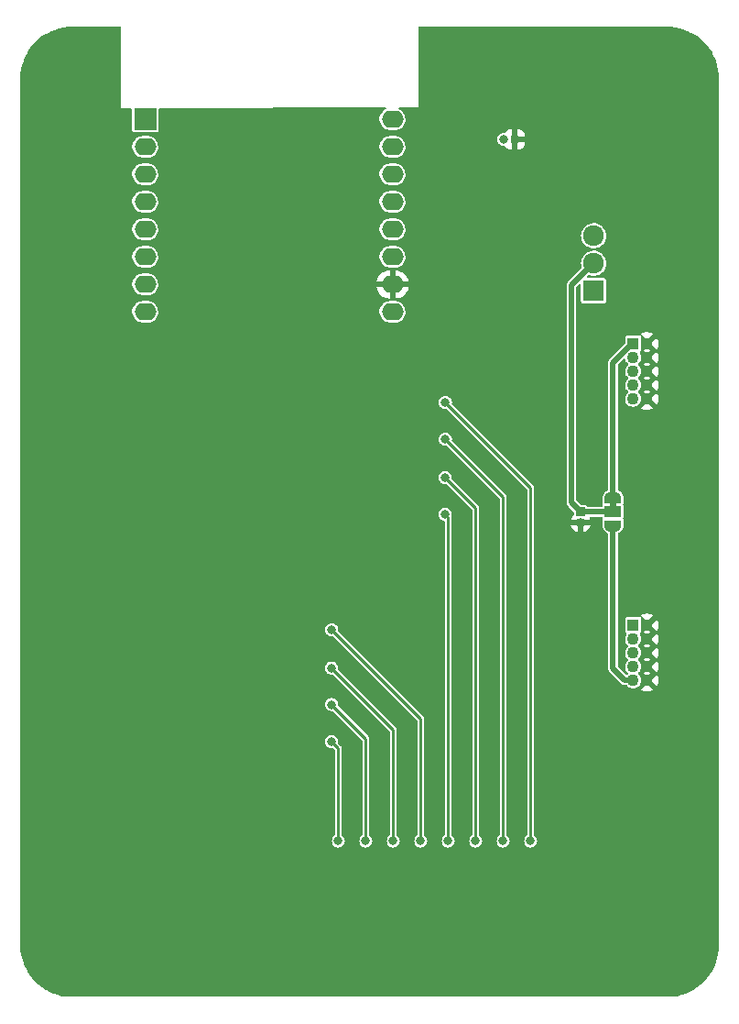
<source format=gbr>
%TF.GenerationSoftware,KiCad,Pcbnew,(6.0.10)*%
%TF.CreationDate,2023-01-10T11:19:31-08:00*%
%TF.ProjectId,we_ssr_control,77655f73-7372-45f6-936f-6e74726f6c2e,0.0.9*%
%TF.SameCoordinates,PX2faf080PY8583b00*%
%TF.FileFunction,Copper,L2,Bot*%
%TF.FilePolarity,Positive*%
%FSLAX46Y46*%
G04 Gerber Fmt 4.6, Leading zero omitted, Abs format (unit mm)*
G04 Created by KiCad (PCBNEW (6.0.10)) date 2023-01-10 11:19:31*
%MOMM*%
%LPD*%
G01*
G04 APERTURE LIST*
G04 Aperture macros list*
%AMFreePoly0*
4,1,22,0.550000,-0.750000,0.000000,-0.750000,0.000000,-0.745033,-0.079941,-0.743568,-0.215256,-0.701293,-0.333266,-0.622738,-0.424486,-0.514219,-0.481581,-0.384460,-0.499164,-0.250000,-0.500000,-0.250000,-0.500000,0.250000,-0.499164,0.250000,-0.499963,0.256109,-0.478152,0.396186,-0.417904,0.524511,-0.324060,0.630769,-0.204165,0.706417,-0.067858,0.745374,0.000000,0.744959,0.000000,0.750000,
0.550000,0.750000,0.550000,-0.750000,0.550000,-0.750000,$1*%
%AMFreePoly1*
4,1,20,0.000000,0.744959,0.073905,0.744508,0.209726,0.703889,0.328688,0.626782,0.421226,0.519385,0.479903,0.390333,0.500000,0.250000,0.500000,-0.250000,0.499851,-0.262216,0.476331,-0.402017,0.414519,-0.529596,0.319384,-0.634700,0.198574,-0.708877,0.061801,-0.746166,0.000000,-0.745033,0.000000,-0.750000,-0.550000,-0.750000,-0.550000,0.750000,0.000000,0.750000,0.000000,0.744959,
0.000000,0.744959,$1*%
G04 Aperture macros list end*
%TA.AperFunction,ComponentPad*%
%ADD10R,1.090000X1.090000*%
%TD*%
%TA.AperFunction,ComponentPad*%
%ADD11C,1.090000*%
%TD*%
%TA.AperFunction,ComponentPad*%
%ADD12R,1.920000X1.920000*%
%TD*%
%TA.AperFunction,ComponentPad*%
%ADD13C,1.920000*%
%TD*%
%TA.AperFunction,ComponentPad*%
%ADD14R,0.850000X0.850000*%
%TD*%
%TA.AperFunction,ComponentPad*%
%ADD15O,0.850000X0.850000*%
%TD*%
%TA.AperFunction,ComponentPad*%
%ADD16R,0.800000X0.800000*%
%TD*%
%TA.AperFunction,ComponentPad*%
%ADD17C,0.800000*%
%TD*%
%TA.AperFunction,ComponentPad*%
%ADD18C,6.400000*%
%TD*%
%TA.AperFunction,ComponentPad*%
%ADD19R,2.000000X2.000000*%
%TD*%
%TA.AperFunction,ComponentPad*%
%ADD20O,2.000000X1.600000*%
%TD*%
%TA.AperFunction,SMDPad,CuDef*%
%ADD21FreePoly0,270.000000*%
%TD*%
%TA.AperFunction,SMDPad,CuDef*%
%ADD22R,1.500000X1.000000*%
%TD*%
%TA.AperFunction,SMDPad,CuDef*%
%ADD23FreePoly1,270.000000*%
%TD*%
%TA.AperFunction,ViaPad*%
%ADD24C,0.800000*%
%TD*%
%TA.AperFunction,Conductor*%
%ADD25C,0.500000*%
%TD*%
%TA.AperFunction,Conductor*%
%ADD26C,0.250000*%
%TD*%
G04 APERTURE END LIST*
%TO.C,JS1*%
G36*
X55300000Y45400000D02*
G01*
X54700000Y45400000D01*
X54700000Y45900000D01*
X55300000Y45900000D01*
X55300000Y45400000D01*
G37*
%TD*%
D10*
%TO.P,JCNTL1,1,1*%
%TO.N,Net-(JCNTL1-Pad1)*%
X56865000Y60540000D03*
D11*
%TO.P,JCNTL1,2,2*%
%TO.N,GNDPWR*%
X58135000Y60540000D03*
%TO.P,JCNTL1,3,3*%
%TO.N,Net-(JCNTL1-Pad3)*%
X56865000Y59270000D03*
%TO.P,JCNTL1,4,4*%
%TO.N,GNDPWR*%
X58135000Y59270000D03*
%TO.P,JCNTL1,5,5*%
%TO.N,Net-(JCNTL1-Pad5)*%
X56865000Y58000000D03*
%TO.P,JCNTL1,6,6*%
%TO.N,GNDPWR*%
X58135000Y58000000D03*
%TO.P,JCNTL1,7,7*%
%TO.N,Net-(JCNTL1-Pad7)*%
X56865000Y56730000D03*
%TO.P,JCNTL1,8,8*%
%TO.N,GNDPWR*%
X58135000Y56730000D03*
%TO.P,JCNTL1,9,9*%
%TO.N,Net-(JCNTL1-Pad9)*%
X56865000Y55460000D03*
%TO.P,JCNTL1,10,10*%
%TO.N,GNDPWR*%
X58135000Y55460000D03*
%TD*%
D10*
%TO.P,JCNTL2,1,1*%
%TO.N,Net-(JCNTL2-Pad1)*%
X56865000Y34540000D03*
D11*
%TO.P,JCNTL2,2,2*%
%TO.N,GNDPWR*%
X58135000Y34540000D03*
%TO.P,JCNTL2,3,3*%
%TO.N,Net-(JCNTL2-Pad3)*%
X56865000Y33270000D03*
%TO.P,JCNTL2,4,4*%
%TO.N,GNDPWR*%
X58135000Y33270000D03*
%TO.P,JCNTL2,5,5*%
%TO.N,Net-(JCNTL2-Pad5)*%
X56865000Y32000000D03*
%TO.P,JCNTL2,6,6*%
%TO.N,GNDPWR*%
X58135000Y32000000D03*
%TO.P,JCNTL2,7,7*%
%TO.N,Net-(JCNTL2-Pad7)*%
X56865000Y30730000D03*
%TO.P,JCNTL2,8,8*%
%TO.N,GNDPWR*%
X58135000Y30730000D03*
%TO.P,JCNTL2,9,9*%
%TO.N,Net-(JCNTL2-Pad9)*%
X56865000Y29460000D03*
%TO.P,JCNTL2,10,10*%
%TO.N,GNDPWR*%
X58135000Y29460000D03*
%TD*%
D12*
%TO.P,Q1,1*%
%TO.N,Net-(Q1-Pad1)*%
X53200000Y65420000D03*
D13*
%TO.P,Q1,2*%
%TO.N,+BATT*%
X53200000Y67960000D03*
%TO.P,Q1,3*%
%TO.N,+VDC*%
X53200000Y70500000D03*
%TD*%
D14*
%TO.P,JS2,1,Pin_1*%
%TO.N,+BATT*%
X52000000Y45000000D03*
D15*
%TO.P,JS2,2,Pin_2*%
%TO.N,GNDPWR*%
X52000000Y44000000D03*
%TD*%
D16*
%TO.P,JL1,1,Pin_1*%
%TO.N,GNDPWR*%
X45900000Y79400000D03*
D17*
%TO.P,JL1,2,Pin_2*%
%TO.N,Net-(JL1-Pad2)*%
X44900000Y79400000D03*
%TD*%
%TO.P,H3,1,1*%
%TO.N,GNDPWR*%
X62400000Y45000000D03*
X60000000Y47400000D03*
X61697056Y46697056D03*
X57600000Y45000000D03*
X58302944Y43302944D03*
X58302944Y46697056D03*
X60000000Y42600000D03*
D18*
X60000000Y45000000D03*
D17*
X61697056Y43302944D03*
%TD*%
%TO.P,H2,1,1*%
%TO.N,GNDPWR*%
X5000000Y2600000D03*
X5000000Y7400000D03*
X6697056Y3302944D03*
D18*
X5000000Y5000000D03*
D17*
X3302944Y6697056D03*
X6697056Y6697056D03*
X2600000Y5000000D03*
X7400000Y5000000D03*
X3302944Y3302944D03*
%TD*%
D19*
%TO.P,U1,1,RST*%
%TO.N,unconnected-(U1-Pad1)*%
X11750000Y81250000D03*
D20*
%TO.P,U1,2,A0*%
%TO.N,unconnected-(U1-Pad2)*%
X11750000Y78710000D03*
%TO.P,U1,3,D0*%
%TO.N,unconnected-(U1-Pad3)*%
X11750000Y76170000D03*
%TO.P,U1,4,SCK/D5*%
%TO.N,/b8*%
X11750000Y73630000D03*
%TO.P,U1,5,MISO/D6*%
%TO.N,/b7*%
X11750000Y71090000D03*
%TO.P,U1,6,MOSI/D7*%
%TO.N,/b6*%
X11750000Y68550000D03*
%TO.P,U1,7,CS/D8*%
%TO.N,/b5*%
X11750000Y66010000D03*
%TO.P,U1,8,3.3V*%
%TO.N,unconnected-(U1-Pad8)*%
X11750000Y63470000D03*
%TO.P,U1,9,5V*%
%TO.N,+5V*%
X34610000Y63470000D03*
%TO.P,U1,10,GND*%
%TO.N,GNDPWR*%
X34610000Y66010000D03*
%TO.P,U1,11,D4*%
%TO.N,/b1*%
X34610000Y68550000D03*
%TO.P,U1,12,D3*%
%TO.N,/b2*%
X34610000Y71090000D03*
%TO.P,U1,13,SDA/D2*%
%TO.N,/b3*%
X34610000Y73630000D03*
%TO.P,U1,14,SCL/D1*%
%TO.N,/b4*%
X34610000Y76170000D03*
%TO.P,U1,15,RX*%
%TO.N,unconnected-(U1-Pad15)*%
X34610000Y78710000D03*
%TO.P,U1,16,TX*%
%TO.N,unconnected-(U1-Pad16)*%
X34610000Y81250000D03*
%TD*%
D17*
%TO.P,H1,1,1*%
%TO.N,GNDPWR*%
X7400000Y85000000D03*
X3302944Y86697056D03*
X2600000Y85000000D03*
X5000000Y82600000D03*
X3302944Y83302944D03*
D18*
X5000000Y85000000D03*
D17*
X6697056Y83302944D03*
X6697056Y86697056D03*
X5000000Y87400000D03*
%TD*%
D21*
%TO.P,JS1,1,A*%
%TO.N,Net-(JCNTL1-Pad1)*%
X55000000Y46300000D03*
D22*
%TO.P,JS1,2,C*%
%TO.N,+BATT*%
X55000000Y45000000D03*
D23*
%TO.P,JS1,3,B*%
%TO.N,Net-(JCNTL2-Pad9)*%
X55000000Y43700000D03*
%TD*%
D24*
%TO.N,GNDPWR*%
X23500000Y25300000D03*
X36650000Y41700000D03*
X39760000Y5450000D03*
X23500000Y32200000D03*
X34680000Y5450000D03*
X46300000Y64180000D03*
X23500000Y21850000D03*
X43550000Y66030000D03*
X36650000Y48600000D03*
X34000000Y49750000D03*
X37220000Y5450000D03*
X29600000Y5450000D03*
X23500000Y28750000D03*
X44840000Y5450000D03*
X26150000Y27600000D03*
X26150000Y24150000D03*
X26150000Y20700000D03*
X32140000Y5450000D03*
X42300000Y5450000D03*
X43550000Y62380000D03*
X47380000Y5450000D03*
X40800000Y64180000D03*
X36650000Y52050000D03*
X34000000Y53200000D03*
X36650000Y45150000D03*
X34000000Y42850000D03*
X34000000Y46300000D03*
X26150000Y31050000D03*
%TO.N,/a3*%
X42300000Y14600000D03*
X39475000Y48175000D03*
%TO.N,/a4*%
X39475000Y44775000D03*
X39760000Y14600000D03*
%TO.N,/a1*%
X47380000Y14600000D03*
X39500000Y55100000D03*
%TO.N,/a2*%
X39500000Y51700000D03*
X44840000Y14600000D03*
%TO.N,/a8*%
X29000000Y34100000D03*
X37220000Y14600000D03*
%TO.N,/a7*%
X34680000Y14600000D03*
X28975000Y30575000D03*
%TO.N,/a6*%
X32140000Y14600000D03*
X29000000Y27200000D03*
%TO.N,/a5*%
X29600000Y14600000D03*
X28975000Y23775000D03*
%TD*%
D25*
%TO.N,+BATT*%
X55000000Y45000000D02*
X52000000Y45000000D01*
X52000000Y45000000D02*
X51150000Y45850000D01*
X51150000Y45850000D02*
X51150000Y65910000D01*
X51150000Y65910000D02*
X53200000Y67960000D01*
%TO.N,Net-(JCNTL1-Pad1)*%
X56756141Y60540000D02*
X56865000Y60540000D01*
X55000000Y58783859D02*
X56756141Y60540000D01*
X55000000Y46300000D02*
X55000000Y58783859D01*
D26*
%TO.N,/a3*%
X42300000Y14600000D02*
X42300000Y45350000D01*
X42300000Y45350000D02*
X39475000Y48175000D01*
%TO.N,/a4*%
X39760000Y44490000D02*
X39475000Y44775000D01*
X39760000Y14600000D02*
X39760000Y44490000D01*
%TO.N,/a1*%
X47380000Y47220000D02*
X39500000Y55100000D01*
X47380000Y14600000D02*
X47380000Y47220000D01*
%TO.N,/a2*%
X44840000Y46360000D02*
X39500000Y51700000D01*
X44840000Y14600000D02*
X44840000Y46360000D01*
%TO.N,/a8*%
X37220000Y25880000D02*
X29000000Y34100000D01*
X37220000Y14600000D02*
X37220000Y25880000D01*
%TO.N,/a7*%
X34680000Y14600000D02*
X34680000Y24870000D01*
X34680000Y24870000D02*
X28975000Y30575000D01*
%TO.N,/a6*%
X32140000Y24060000D02*
X29000000Y27200000D01*
X32140000Y14600000D02*
X32140000Y24060000D01*
%TO.N,/a5*%
X29600000Y23150000D02*
X28975000Y23775000D01*
X29600000Y14600000D02*
X29600000Y23150000D01*
D25*
%TO.N,Net-(JCNTL2-Pad9)*%
X55000000Y30554254D02*
X55000000Y43700000D01*
X56094254Y29460000D02*
X55000000Y30554254D01*
X56865000Y29460000D02*
X56094254Y29460000D01*
%TD*%
%TA.AperFunction,Conductor*%
%TO.N,GNDPWR*%
G36*
X9468021Y89780593D02*
G01*
X9503985Y89731093D01*
X9508830Y89700490D01*
X9508818Y89577613D01*
X9508085Y82249915D01*
X9516285Y82249945D01*
X9869467Y82251248D01*
X10450136Y82253389D01*
X10508395Y82234697D01*
X10544541Y82185330D01*
X10549500Y82154390D01*
X10549500Y80230252D01*
X10561133Y80171769D01*
X10605448Y80105448D01*
X10671769Y80061133D01*
X10681332Y80059231D01*
X10681334Y80059230D01*
X10704005Y80054721D01*
X10730252Y80049500D01*
X12769748Y80049500D01*
X12795995Y80054721D01*
X12818666Y80059230D01*
X12818668Y80059231D01*
X12828231Y80061133D01*
X12894552Y80105448D01*
X12938867Y80171769D01*
X12950500Y80230252D01*
X12950500Y82163973D01*
X12969407Y82222164D01*
X13018907Y82258128D01*
X13049133Y82262972D01*
X33929453Y82339961D01*
X33987713Y82321269D01*
X34023859Y82271902D01*
X34024085Y82210717D01*
X33988304Y82161084D01*
X33977814Y82154375D01*
X33836056Y82075797D01*
X33681729Y81943523D01*
X33557152Y81782919D01*
X33467413Y81600545D01*
X33416178Y81403852D01*
X33405541Y81200874D01*
X33435935Y80999903D01*
X33506119Y80809148D01*
X33613226Y80636401D01*
X33752881Y80488720D01*
X33756986Y80485846D01*
X33756989Y80485843D01*
X33840358Y80427468D01*
X33919379Y80372137D01*
X33923975Y80370148D01*
X33923977Y80370147D01*
X34021156Y80328094D01*
X34105919Y80291414D01*
X34304880Y80249849D01*
X34309432Y80249610D01*
X34310234Y80249568D01*
X34310249Y80249568D01*
X34311539Y80249500D01*
X34860800Y80249500D01*
X34863288Y80249753D01*
X34863294Y80249753D01*
X34923816Y80255901D01*
X35012216Y80264880D01*
X35123509Y80299757D01*
X35201389Y80324163D01*
X35201390Y80324163D01*
X35206172Y80325662D01*
X35383944Y80424203D01*
X35538271Y80556477D01*
X35662848Y80717081D01*
X35752587Y80899455D01*
X35803822Y81096148D01*
X35814459Y81299126D01*
X35784065Y81500097D01*
X35713881Y81690852D01*
X35606774Y81863599D01*
X35467119Y82011280D01*
X35463014Y82014154D01*
X35463011Y82014157D01*
X35304727Y82124988D01*
X35300621Y82127863D01*
X35296028Y82129851D01*
X35296020Y82129855D01*
X35237747Y82155071D01*
X35191851Y82195533D01*
X35178503Y82255245D01*
X35202803Y82311398D01*
X35255467Y82342545D01*
X35276699Y82344928D01*
X36957321Y82351125D01*
X36957322Y82351125D01*
X36973002Y82351183D01*
X36973267Y84966512D01*
X36973745Y89700510D01*
X36992658Y89758699D01*
X37042162Y89794658D01*
X37072745Y89799500D01*
X59965983Y89799500D01*
X59988169Y89796982D01*
X59999641Y89794344D01*
X60010514Y89796804D01*
X60017449Y89796792D01*
X60032039Y89798101D01*
X60121579Y89794191D01*
X60413989Y89781424D01*
X60422592Y89780671D01*
X60829140Y89727149D01*
X60837646Y89725649D01*
X61237980Y89636897D01*
X61246321Y89634662D01*
X61637411Y89511352D01*
X61645512Y89508404D01*
X61924864Y89392692D01*
X62024365Y89351477D01*
X62032192Y89347827D01*
X62395921Y89158482D01*
X62403381Y89154176D01*
X62749240Y88933839D01*
X62756314Y88928885D01*
X63081634Y88679258D01*
X63088235Y88673719D01*
X63390580Y88396672D01*
X63396672Y88390580D01*
X63673719Y88088235D01*
X63679258Y88081634D01*
X63859425Y87846836D01*
X63928885Y87756314D01*
X63933838Y87749241D01*
X64154176Y87403381D01*
X64158482Y87395921D01*
X64316238Y87092874D01*
X64347827Y87032192D01*
X64351477Y87024365D01*
X64508401Y86645520D01*
X64511355Y86637404D01*
X64634662Y86246322D01*
X64636897Y86237980D01*
X64725649Y85837646D01*
X64727149Y85829140D01*
X64780671Y85422592D01*
X64781424Y85413988D01*
X64798078Y85032561D01*
X64796856Y85019201D01*
X64796842Y85011223D01*
X64794344Y85000359D01*
X64796804Y84989487D01*
X64797059Y84988362D01*
X64799500Y84966512D01*
X64799500Y5034017D01*
X64796982Y5011831D01*
X64794344Y5000359D01*
X64796804Y4989486D01*
X64796792Y4982551D01*
X64798101Y4967960D01*
X64781424Y4586011D01*
X64780671Y4577408D01*
X64727149Y4170860D01*
X64725649Y4162354D01*
X64636897Y3762020D01*
X64634662Y3753678D01*
X64511355Y3362596D01*
X64508401Y3354480D01*
X64351477Y2975635D01*
X64347827Y2967808D01*
X64158482Y2604079D01*
X64154176Y2596619D01*
X64107097Y2522720D01*
X63933839Y2250760D01*
X63928885Y2243686D01*
X63679258Y1918366D01*
X63673719Y1911765D01*
X63396672Y1609420D01*
X63390580Y1603328D01*
X63088235Y1326281D01*
X63081634Y1320742D01*
X62756314Y1071115D01*
X62749241Y1066162D01*
X62403381Y845824D01*
X62395921Y841518D01*
X62092874Y683762D01*
X62032192Y652173D01*
X62024365Y648523D01*
X61924864Y607308D01*
X61645512Y491596D01*
X61637411Y488648D01*
X61427259Y422387D01*
X61246322Y365338D01*
X61237980Y363103D01*
X60837646Y274351D01*
X60829140Y272851D01*
X60422592Y219329D01*
X60413988Y218576D01*
X60032561Y201922D01*
X60019201Y203144D01*
X60011223Y203158D01*
X60000359Y205656D01*
X59988359Y202941D01*
X59966512Y200500D01*
X5034017Y200500D01*
X5011831Y203018D01*
X5011813Y203022D01*
X5000359Y205656D01*
X4989486Y203196D01*
X4982551Y203208D01*
X4967961Y201899D01*
X4878421Y205809D01*
X4586011Y218576D01*
X4577408Y219329D01*
X4170860Y272851D01*
X4162354Y274351D01*
X3762020Y363103D01*
X3753678Y365338D01*
X3572741Y422387D01*
X3362589Y488648D01*
X3354488Y491596D01*
X3075136Y607308D01*
X2975635Y648523D01*
X2967808Y652173D01*
X2907126Y683762D01*
X2604079Y841518D01*
X2596619Y845824D01*
X2250759Y1066162D01*
X2243686Y1071115D01*
X1918366Y1320742D01*
X1911765Y1326281D01*
X1609420Y1603328D01*
X1603328Y1609420D01*
X1326281Y1911765D01*
X1320742Y1918366D01*
X1071115Y2243686D01*
X1066161Y2250760D01*
X892903Y2522720D01*
X845824Y2596619D01*
X841518Y2604079D01*
X652173Y2967808D01*
X648523Y2975635D01*
X491599Y3354480D01*
X488645Y3362596D01*
X365338Y3753678D01*
X363103Y3762020D01*
X274351Y4162354D01*
X272851Y4170860D01*
X219329Y4577407D01*
X218576Y4586010D01*
X201933Y4967174D01*
X203877Y4988228D01*
X203747Y4988243D01*
X204389Y4993821D01*
X205655Y4999282D01*
X205656Y5000000D01*
X203096Y5011224D01*
X202980Y5011734D01*
X200500Y5033752D01*
X200500Y23775000D01*
X28369318Y23775000D01*
X28389956Y23618238D01*
X28450464Y23472159D01*
X28546718Y23346718D01*
X28672159Y23250464D01*
X28818238Y23189956D01*
X28902924Y23178807D01*
X28968468Y23170178D01*
X28975000Y23169318D01*
X28981434Y23170165D01*
X28981435Y23170165D01*
X29055042Y23179855D01*
X29115202Y23168705D01*
X29137967Y23151706D01*
X29245504Y23044169D01*
X29273281Y22989652D01*
X29274500Y22974165D01*
X29274500Y15155970D01*
X29255593Y15097779D01*
X29235768Y15077429D01*
X29171718Y15028282D01*
X29075464Y14902841D01*
X29014956Y14756762D01*
X28994318Y14600000D01*
X29014956Y14443238D01*
X29075464Y14297159D01*
X29171718Y14171718D01*
X29297159Y14075464D01*
X29443238Y14014956D01*
X29600000Y13994318D01*
X29756762Y14014956D01*
X29902841Y14075464D01*
X30028282Y14171718D01*
X30124536Y14297159D01*
X30185044Y14443238D01*
X30205682Y14600000D01*
X30185044Y14756762D01*
X30124536Y14902841D01*
X30028282Y15028282D01*
X29964233Y15077429D01*
X29929577Y15127852D01*
X29925500Y15155970D01*
X29925500Y23131478D01*
X29925877Y23140107D01*
X29928508Y23170178D01*
X29929263Y23178807D01*
X29919205Y23216343D01*
X29917337Y23224769D01*
X29912806Y23250464D01*
X29910588Y23263045D01*
X29906255Y23270550D01*
X29904262Y23276027D01*
X29901795Y23281318D01*
X29899553Y23289684D01*
X29877264Y23321516D01*
X29872628Y23328794D01*
X29857524Y23354956D01*
X29857523Y23354958D01*
X29853194Y23362455D01*
X29823435Y23387426D01*
X29817067Y23393260D01*
X29598294Y23612033D01*
X29570517Y23666550D01*
X29570145Y23694958D01*
X29579835Y23768565D01*
X29579835Y23768566D01*
X29580682Y23775000D01*
X29560044Y23931762D01*
X29499536Y24077841D01*
X29403282Y24203282D01*
X29277841Y24299536D01*
X29131762Y24360044D01*
X28975000Y24380682D01*
X28818238Y24360044D01*
X28672159Y24299536D01*
X28546718Y24203282D01*
X28450464Y24077841D01*
X28389956Y23931762D01*
X28369318Y23775000D01*
X200500Y23775000D01*
X200500Y27200000D01*
X28394318Y27200000D01*
X28414956Y27043238D01*
X28475464Y26897159D01*
X28571718Y26771718D01*
X28697159Y26675464D01*
X28843238Y26614956D01*
X29000000Y26594318D01*
X29080042Y26604856D01*
X29140201Y26593706D01*
X29162967Y26576707D01*
X31785504Y23954170D01*
X31813281Y23899653D01*
X31814500Y23884166D01*
X31814500Y15155970D01*
X31795593Y15097779D01*
X31775768Y15077429D01*
X31711718Y15028282D01*
X31615464Y14902841D01*
X31554956Y14756762D01*
X31534318Y14600000D01*
X31554956Y14443238D01*
X31615464Y14297159D01*
X31711718Y14171718D01*
X31837159Y14075464D01*
X31983238Y14014956D01*
X32140000Y13994318D01*
X32296762Y14014956D01*
X32442841Y14075464D01*
X32568282Y14171718D01*
X32664536Y14297159D01*
X32725044Y14443238D01*
X32745682Y14600000D01*
X32725044Y14756762D01*
X32664536Y14902841D01*
X32568282Y15028282D01*
X32504233Y15077429D01*
X32469577Y15127852D01*
X32465500Y15155970D01*
X32465500Y24041466D01*
X32465877Y24050095D01*
X32468509Y24080178D01*
X32469264Y24088807D01*
X32459204Y24126350D01*
X32457334Y24134784D01*
X32452092Y24164517D01*
X32452091Y24164519D01*
X32450588Y24173045D01*
X32446258Y24180544D01*
X32444262Y24186029D01*
X32441796Y24191316D01*
X32439554Y24199684D01*
X32417268Y24231511D01*
X32412627Y24238795D01*
X32397523Y24264956D01*
X32393194Y24272455D01*
X32363429Y24297431D01*
X32357061Y24303265D01*
X29623293Y27037033D01*
X29595516Y27091550D01*
X29595144Y27119955D01*
X29605682Y27200000D01*
X29585044Y27356762D01*
X29524536Y27502841D01*
X29428282Y27628282D01*
X29302841Y27724536D01*
X29156762Y27785044D01*
X29000000Y27805682D01*
X28843238Y27785044D01*
X28697159Y27724536D01*
X28571718Y27628282D01*
X28475464Y27502841D01*
X28414956Y27356762D01*
X28394318Y27200000D01*
X200500Y27200000D01*
X200500Y30575000D01*
X28369318Y30575000D01*
X28389956Y30418238D01*
X28450464Y30272159D01*
X28546718Y30146718D01*
X28672159Y30050464D01*
X28738086Y30023156D01*
X28797836Y29998407D01*
X28818238Y29989956D01*
X28975000Y29969318D01*
X29055042Y29979856D01*
X29115201Y29968706D01*
X29137967Y29951707D01*
X34325504Y24764169D01*
X34353281Y24709652D01*
X34354500Y24694165D01*
X34354500Y15155970D01*
X34335593Y15097779D01*
X34315768Y15077429D01*
X34251718Y15028282D01*
X34155464Y14902841D01*
X34094956Y14756762D01*
X34074318Y14600000D01*
X34094956Y14443238D01*
X34155464Y14297159D01*
X34251718Y14171718D01*
X34377159Y14075464D01*
X34523238Y14014956D01*
X34680000Y13994318D01*
X34836762Y14014956D01*
X34982841Y14075464D01*
X35108282Y14171718D01*
X35204536Y14297159D01*
X35265044Y14443238D01*
X35285682Y14600000D01*
X35265044Y14756762D01*
X35204536Y14902841D01*
X35108282Y15028282D01*
X35044233Y15077429D01*
X35009577Y15127852D01*
X35005500Y15155970D01*
X35005500Y24851477D01*
X35005877Y24860106D01*
X35008508Y24890180D01*
X35009263Y24898807D01*
X35007022Y24907170D01*
X35007022Y24907173D01*
X34999206Y24936344D01*
X34997337Y24944772D01*
X34992092Y24974515D01*
X34990588Y24983045D01*
X34986257Y24990546D01*
X34984258Y24996040D01*
X34981795Y25001322D01*
X34979554Y25009684D01*
X34957259Y25041525D01*
X34952636Y25048781D01*
X34933194Y25082455D01*
X34903436Y25107425D01*
X34897068Y25113259D01*
X29598293Y30412033D01*
X29570516Y30466550D01*
X29570144Y30494955D01*
X29580682Y30575000D01*
X29560044Y30731762D01*
X29499536Y30877841D01*
X29403282Y31003282D01*
X29277841Y31099536D01*
X29131762Y31160044D01*
X28975000Y31180682D01*
X28818238Y31160044D01*
X28672159Y31099536D01*
X28546718Y31003282D01*
X28450464Y30877841D01*
X28389956Y30731762D01*
X28369318Y30575000D01*
X200500Y30575000D01*
X200500Y34100000D01*
X28394318Y34100000D01*
X28414956Y33943238D01*
X28475464Y33797159D01*
X28571718Y33671718D01*
X28697159Y33575464D01*
X28843238Y33514956D01*
X29000000Y33494318D01*
X29080042Y33504856D01*
X29140201Y33493706D01*
X29162967Y33476707D01*
X33168587Y29471086D01*
X36865504Y25774169D01*
X36893281Y25719652D01*
X36894500Y25704165D01*
X36894500Y15155970D01*
X36875593Y15097779D01*
X36855768Y15077429D01*
X36791718Y15028282D01*
X36695464Y14902841D01*
X36634956Y14756762D01*
X36614318Y14600000D01*
X36634956Y14443238D01*
X36695464Y14297159D01*
X36791718Y14171718D01*
X36917159Y14075464D01*
X37063238Y14014956D01*
X37220000Y13994318D01*
X37376762Y14014956D01*
X37522841Y14075464D01*
X37648282Y14171718D01*
X37744536Y14297159D01*
X37805044Y14443238D01*
X37825682Y14600000D01*
X37805044Y14756762D01*
X37744536Y14902841D01*
X37648282Y15028282D01*
X37584233Y15077429D01*
X37549577Y15127852D01*
X37545500Y15155970D01*
X37545500Y25861478D01*
X37545877Y25870107D01*
X37548508Y25900178D01*
X37549263Y25908807D01*
X37539205Y25946343D01*
X37537337Y25954769D01*
X37535716Y25963962D01*
X37530588Y25993045D01*
X37526255Y26000550D01*
X37524262Y26006027D01*
X37521795Y26011318D01*
X37519553Y26019684D01*
X37497264Y26051516D01*
X37492628Y26058794D01*
X37477524Y26084956D01*
X37477523Y26084958D01*
X37473194Y26092455D01*
X37443436Y26117425D01*
X37437068Y26123259D01*
X33534204Y30026123D01*
X29623293Y33937033D01*
X29595516Y33991550D01*
X29595144Y34019955D01*
X29605682Y34100000D01*
X29585044Y34256762D01*
X29524536Y34402841D01*
X29428282Y34528282D01*
X29302841Y34624536D01*
X29156762Y34685044D01*
X29000000Y34705682D01*
X28843238Y34685044D01*
X28697159Y34624536D01*
X28571718Y34528282D01*
X28475464Y34402841D01*
X28414956Y34256762D01*
X28394318Y34100000D01*
X200500Y34100000D01*
X200500Y44775000D01*
X38869318Y44775000D01*
X38889956Y44618238D01*
X38950464Y44472159D01*
X39046718Y44346718D01*
X39172159Y44250464D01*
X39318238Y44189956D01*
X39338875Y44187239D01*
X39348423Y44185982D01*
X39403648Y44159641D01*
X39432842Y44105870D01*
X39434500Y44087829D01*
X39434500Y15155970D01*
X39415593Y15097779D01*
X39395768Y15077429D01*
X39331718Y15028282D01*
X39235464Y14902841D01*
X39174956Y14756762D01*
X39154318Y14600000D01*
X39174956Y14443238D01*
X39235464Y14297159D01*
X39331718Y14171718D01*
X39457159Y14075464D01*
X39603238Y14014956D01*
X39760000Y13994318D01*
X39916762Y14014956D01*
X40062841Y14075464D01*
X40188282Y14171718D01*
X40284536Y14297159D01*
X40345044Y14443238D01*
X40365682Y14600000D01*
X40345044Y14756762D01*
X40284536Y14902841D01*
X40188282Y15028282D01*
X40124233Y15077429D01*
X40089577Y15127852D01*
X40085500Y15155970D01*
X40085500Y44471466D01*
X40085877Y44480095D01*
X40088509Y44510178D01*
X40089264Y44518807D01*
X40079204Y44556350D01*
X40077334Y44564784D01*
X40072092Y44594516D01*
X40072092Y44594517D01*
X40070588Y44603045D01*
X40068827Y44606095D01*
X40064113Y44649143D01*
X40079835Y44768566D01*
X40080682Y44775000D01*
X40060044Y44931762D01*
X40053572Y44947388D01*
X40002019Y45071846D01*
X39999536Y45077841D01*
X39903282Y45203282D01*
X39777841Y45299536D01*
X39631762Y45360044D01*
X39475000Y45380682D01*
X39318238Y45360044D01*
X39172159Y45299536D01*
X39046718Y45203282D01*
X38950464Y45077841D01*
X38947981Y45071846D01*
X38896429Y44947388D01*
X38889956Y44931762D01*
X38869318Y44775000D01*
X200500Y44775000D01*
X200500Y48175000D01*
X38869318Y48175000D01*
X38889956Y48018238D01*
X38950464Y47872159D01*
X39046718Y47746718D01*
X39172159Y47650464D01*
X39318238Y47589956D01*
X39475000Y47569318D01*
X39555042Y47579856D01*
X39615201Y47568706D01*
X39637967Y47551707D01*
X41945504Y45244169D01*
X41973281Y45189652D01*
X41974500Y45174165D01*
X41974500Y15155970D01*
X41955593Y15097779D01*
X41935768Y15077429D01*
X41871718Y15028282D01*
X41775464Y14902841D01*
X41714956Y14756762D01*
X41694318Y14600000D01*
X41714956Y14443238D01*
X41775464Y14297159D01*
X41871718Y14171718D01*
X41997159Y14075464D01*
X42143238Y14014956D01*
X42300000Y13994318D01*
X42456762Y14014956D01*
X42602841Y14075464D01*
X42728282Y14171718D01*
X42824536Y14297159D01*
X42885044Y14443238D01*
X42905682Y14600000D01*
X42885044Y14756762D01*
X42824536Y14902841D01*
X42728282Y15028282D01*
X42664233Y15077429D01*
X42629577Y15127852D01*
X42625500Y15155970D01*
X42625500Y45331477D01*
X42625877Y45340106D01*
X42627621Y45360044D01*
X42629263Y45378807D01*
X42627022Y45387170D01*
X42627022Y45387173D01*
X42619206Y45416344D01*
X42617337Y45424772D01*
X42612092Y45454515D01*
X42610588Y45463045D01*
X42606257Y45470546D01*
X42604258Y45476040D01*
X42601795Y45481322D01*
X42599554Y45489684D01*
X42590069Y45503231D01*
X42577261Y45521522D01*
X42572636Y45528781D01*
X42553194Y45562455D01*
X42523436Y45587425D01*
X42517068Y45593259D01*
X40098293Y48012033D01*
X40070516Y48066550D01*
X40070144Y48094955D01*
X40080682Y48175000D01*
X40060044Y48331762D01*
X39999536Y48477841D01*
X39903282Y48603282D01*
X39777841Y48699536D01*
X39631762Y48760044D01*
X39475000Y48780682D01*
X39318238Y48760044D01*
X39172159Y48699536D01*
X39046718Y48603282D01*
X38950464Y48477841D01*
X38889956Y48331762D01*
X38869318Y48175000D01*
X200500Y48175000D01*
X200500Y51700000D01*
X38894318Y51700000D01*
X38914956Y51543238D01*
X38975464Y51397159D01*
X39071718Y51271718D01*
X39197159Y51175464D01*
X39343238Y51114956D01*
X39500000Y51094318D01*
X39580042Y51104856D01*
X39640201Y51093706D01*
X39662967Y51076707D01*
X44485504Y46254169D01*
X44513281Y46199652D01*
X44514500Y46184165D01*
X44514500Y15155970D01*
X44495593Y15097779D01*
X44475768Y15077429D01*
X44411718Y15028282D01*
X44315464Y14902841D01*
X44254956Y14756762D01*
X44234318Y14600000D01*
X44254956Y14443238D01*
X44315464Y14297159D01*
X44411718Y14171718D01*
X44537159Y14075464D01*
X44683238Y14014956D01*
X44840000Y13994318D01*
X44996762Y14014956D01*
X45142841Y14075464D01*
X45268282Y14171718D01*
X45364536Y14297159D01*
X45425044Y14443238D01*
X45445682Y14600000D01*
X45425044Y14756762D01*
X45364536Y14902841D01*
X45268282Y15028282D01*
X45204233Y15077429D01*
X45169577Y15127852D01*
X45165500Y15155970D01*
X45165500Y46341478D01*
X45165877Y46350107D01*
X45167382Y46367307D01*
X45169263Y46388807D01*
X45159205Y46426343D01*
X45157337Y46434769D01*
X45155518Y46445083D01*
X45150588Y46473045D01*
X45146255Y46480550D01*
X45144262Y46486027D01*
X45141795Y46491318D01*
X45139553Y46499684D01*
X45117264Y46531516D01*
X45112628Y46538794D01*
X45097524Y46564956D01*
X45097523Y46564958D01*
X45093194Y46572455D01*
X45063436Y46597425D01*
X45057068Y46603259D01*
X40123293Y51537033D01*
X40095516Y51591550D01*
X40095144Y51619955D01*
X40105682Y51700000D01*
X40085044Y51856762D01*
X40024536Y52002841D01*
X39928282Y52128282D01*
X39802841Y52224536D01*
X39656762Y52285044D01*
X39500000Y52305682D01*
X39343238Y52285044D01*
X39197159Y52224536D01*
X39071718Y52128282D01*
X38975464Y52002841D01*
X38914956Y51856762D01*
X38894318Y51700000D01*
X200500Y51700000D01*
X200500Y55100000D01*
X38894318Y55100000D01*
X38914956Y54943238D01*
X38975464Y54797159D01*
X39071718Y54671718D01*
X39197159Y54575464D01*
X39343238Y54514956D01*
X39500000Y54494318D01*
X39580042Y54504856D01*
X39640201Y54493706D01*
X39662967Y54476707D01*
X47025504Y47114170D01*
X47053281Y47059653D01*
X47054500Y47044166D01*
X47054500Y15155970D01*
X47035593Y15097779D01*
X47015768Y15077429D01*
X46951718Y15028282D01*
X46855464Y14902841D01*
X46794956Y14756762D01*
X46774318Y14600000D01*
X46794956Y14443238D01*
X46855464Y14297159D01*
X46951718Y14171718D01*
X47077159Y14075464D01*
X47223238Y14014956D01*
X47380000Y13994318D01*
X47536762Y14014956D01*
X47682841Y14075464D01*
X47808282Y14171718D01*
X47904536Y14297159D01*
X47965044Y14443238D01*
X47985682Y14600000D01*
X47965044Y14756762D01*
X47904536Y14902841D01*
X47808282Y15028282D01*
X47744233Y15077429D01*
X47709577Y15127852D01*
X47705500Y15155970D01*
X47705500Y28557702D01*
X57597184Y28557702D01*
X57604413Y28550190D01*
X57707169Y28492762D01*
X57715991Y28488907D01*
X57903185Y28428084D01*
X57912598Y28426015D01*
X58108039Y28402710D01*
X58117666Y28402508D01*
X58313908Y28417608D01*
X58323399Y28419282D01*
X58512972Y28472212D01*
X58521952Y28475695D01*
X58666178Y28548548D01*
X58674217Y28556531D01*
X58669025Y28566765D01*
X58146086Y29089704D01*
X58134203Y29095758D01*
X58129172Y29094962D01*
X57602661Y28568451D01*
X57597184Y28557702D01*
X47705500Y28557702D01*
X47705500Y43731088D01*
X51106361Y43731088D01*
X51141364Y43623358D01*
X51145562Y43613929D01*
X51238436Y43453068D01*
X51244498Y43444725D01*
X51368790Y43306683D01*
X51376460Y43299777D01*
X51526739Y43190593D01*
X51535664Y43185440D01*
X51705361Y43109886D01*
X51715170Y43106699D01*
X51730662Y43103406D01*
X51743750Y43104782D01*
X51746000Y43113179D01*
X51746000Y43115826D01*
X52254000Y43115826D01*
X52258067Y43103310D01*
X52266746Y43102855D01*
X52284830Y43106699D01*
X52294639Y43109886D01*
X52464336Y43185440D01*
X52473261Y43190593D01*
X52623540Y43299777D01*
X52631210Y43306683D01*
X52755502Y43444725D01*
X52761564Y43453068D01*
X52854438Y43613929D01*
X52858636Y43623358D01*
X52893639Y43731087D01*
X52893639Y43742479D01*
X52882802Y43746000D01*
X52269680Y43746000D01*
X52256995Y43741878D01*
X52254000Y43737757D01*
X52254000Y43115826D01*
X51746000Y43115826D01*
X51746000Y43730320D01*
X51741878Y43743005D01*
X51737757Y43746000D01*
X51117196Y43746000D01*
X51106361Y43742479D01*
X51106361Y43731088D01*
X47705500Y43731088D01*
X47705500Y45835690D01*
X50694636Y45835690D01*
X50695965Y45828414D01*
X50695965Y45828411D01*
X50705248Y45777586D01*
X50705758Y45774524D01*
X50714551Y45716038D01*
X50717679Y45709525D01*
X50718975Y45702427D01*
X50739515Y45662885D01*
X50746198Y45650020D01*
X50747588Y45647238D01*
X50769987Y45600592D01*
X50769989Y45600589D01*
X50773191Y45593921D01*
X50777297Y45589479D01*
X50778820Y45587219D01*
X50781421Y45582212D01*
X50785725Y45577172D01*
X50823357Y45539540D01*
X50826051Y45536737D01*
X50840116Y45521522D01*
X50865146Y45494444D01*
X50871211Y45490921D01*
X50878534Y45484362D01*
X51345504Y45017391D01*
X51373281Y44962875D01*
X51374500Y44947388D01*
X51374500Y44737662D01*
X51355593Y44679471D01*
X51349072Y44671418D01*
X51244498Y44555275D01*
X51238436Y44546932D01*
X51145562Y44386071D01*
X51141364Y44376642D01*
X51106361Y44268913D01*
X51106361Y44257521D01*
X51117198Y44254000D01*
X52882804Y44254000D01*
X52893639Y44257521D01*
X52893639Y44268912D01*
X52858636Y44376642D01*
X52854439Y44386069D01*
X52845819Y44400998D01*
X52833096Y44460846D01*
X52857981Y44516742D01*
X52910969Y44547336D01*
X52931554Y44549500D01*
X53954478Y44549500D01*
X54012669Y44530593D01*
X54048633Y44481093D01*
X54051576Y44469814D01*
X54061133Y44421769D01*
X54066548Y44413666D01*
X54066871Y44412885D01*
X54071671Y44351888D01*
X54066871Y44337115D01*
X54066548Y44336334D01*
X54061133Y44328231D01*
X54045572Y44250000D01*
X54045572Y43709569D01*
X54045555Y43707755D01*
X54044337Y43641311D01*
X54051502Y43583792D01*
X54052427Y43580400D01*
X54052428Y43580394D01*
X54057066Y43563383D01*
X54089175Y43445612D01*
X54112194Y43392419D01*
X54114035Y43389420D01*
X54114038Y43389415D01*
X54121706Y43376927D01*
X54187134Y43270367D01*
X54224157Y43225772D01*
X54330341Y43129658D01*
X54378395Y43097245D01*
X54493666Y43041397D01*
X54537790Y42999011D01*
X54549500Y42952304D01*
X54549500Y30586881D01*
X54548814Y30575245D01*
X54544636Y30539944D01*
X54545965Y30532668D01*
X54545965Y30532665D01*
X54555248Y30481840D01*
X54555758Y30478778D01*
X54564551Y30420292D01*
X54567679Y30413779D01*
X54568975Y30406681D01*
X54581553Y30382467D01*
X54596198Y30354274D01*
X54597588Y30351492D01*
X54619987Y30304846D01*
X54619989Y30304843D01*
X54623191Y30298175D01*
X54627297Y30293733D01*
X54628820Y30291473D01*
X54631421Y30286466D01*
X54635725Y30281426D01*
X54673357Y30243794D01*
X54676051Y30240991D01*
X54710124Y30204130D01*
X54710127Y30204128D01*
X54715146Y30198698D01*
X54721210Y30195176D01*
X54728535Y30188616D01*
X55752635Y29164516D01*
X55760376Y29155804D01*
X55782382Y29127890D01*
X55830991Y29094294D01*
X55833518Y29092487D01*
X55875114Y29061765D01*
X55875118Y29061763D01*
X55881071Y29057366D01*
X55887885Y29054973D01*
X55893823Y29050869D01*
X55900876Y29048638D01*
X55900879Y29048637D01*
X55950166Y29033050D01*
X55953111Y29032067D01*
X56008885Y29012480D01*
X56014926Y29012242D01*
X56017608Y29011720D01*
X56022984Y29010020D01*
X56029591Y29009500D01*
X56082785Y29009500D01*
X56086671Y29009424D01*
X56136858Y29007452D01*
X56136860Y29007452D01*
X56144248Y29007162D01*
X56151026Y29008959D01*
X56160852Y29009500D01*
X56221595Y29009500D01*
X56279786Y28990593D01*
X56292810Y28979271D01*
X56327664Y28943179D01*
X56386794Y28881948D01*
X56526744Y28790367D01*
X56608577Y28759934D01*
X56678313Y28733999D01*
X56678315Y28733998D01*
X56683506Y28732068D01*
X56688998Y28731335D01*
X56688999Y28731335D01*
X56735684Y28725106D01*
X56849289Y28709948D01*
X56854795Y28710449D01*
X56854797Y28710449D01*
X56932570Y28717527D01*
X57015852Y28725106D01*
X57043222Y28733999D01*
X57169653Y28775079D01*
X57169655Y28775080D01*
X57174918Y28776790D01*
X57179674Y28779625D01*
X57179676Y28779626D01*
X57313830Y28859598D01*
X57318581Y28862430D01*
X57439700Y28977770D01*
X57462573Y29012196D01*
X57489236Y29052328D01*
X57532255Y29117077D01*
X57585599Y29257505D01*
X57608143Y29292353D01*
X57764704Y29448914D01*
X57769946Y29459203D01*
X58499242Y29459203D01*
X58500038Y29454172D01*
X59026394Y28927816D01*
X59037249Y28922285D01*
X59044657Y28929364D01*
X59099229Y29025428D01*
X59103145Y29034223D01*
X59165274Y29220990D01*
X59167408Y29230384D01*
X59192334Y29427702D01*
X59192721Y29433231D01*
X59193056Y29457224D01*
X59192825Y29462756D01*
X59173416Y29660708D01*
X59171547Y29670146D01*
X59114656Y29858577D01*
X59110986Y29867481D01*
X59045694Y29990279D01*
X59037277Y29998407D01*
X59027558Y29993348D01*
X58505296Y29471086D01*
X58499242Y29459203D01*
X57769946Y29459203D01*
X57770758Y29460797D01*
X57769962Y29465828D01*
X57605656Y29630134D01*
X57582167Y29667580D01*
X57543390Y29778931D01*
X57541570Y29784158D01*
X57452940Y29925996D01*
X57353510Y30026123D01*
X57325923Y30080737D01*
X57328104Y30094203D01*
X57864242Y30094203D01*
X57865038Y30089172D01*
X58123914Y29830296D01*
X58135797Y29824242D01*
X58140828Y29825038D01*
X58399704Y30083914D01*
X58405758Y30095797D01*
X58404962Y30100828D01*
X58146086Y30359704D01*
X58134203Y30365758D01*
X58129172Y30364962D01*
X57870296Y30106086D01*
X57864242Y30094203D01*
X57328104Y30094203D01*
X57335706Y30141135D01*
X57355484Y30167572D01*
X57439700Y30247770D01*
X57465410Y30286466D01*
X57529192Y30382467D01*
X57532255Y30387077D01*
X57544604Y30419584D01*
X57585599Y30527505D01*
X57608143Y30562353D01*
X57764704Y30718914D01*
X57769946Y30729203D01*
X58499242Y30729203D01*
X58500038Y30724172D01*
X59026394Y30197816D01*
X59037249Y30192285D01*
X59044657Y30199364D01*
X59099229Y30295428D01*
X59103145Y30304223D01*
X59165274Y30490990D01*
X59167408Y30500384D01*
X59192334Y30697702D01*
X59192721Y30703231D01*
X59193056Y30727224D01*
X59192825Y30732756D01*
X59173416Y30930708D01*
X59171547Y30940146D01*
X59114656Y31128577D01*
X59110986Y31137481D01*
X59045694Y31260279D01*
X59037277Y31268407D01*
X59027558Y31263348D01*
X58505296Y30741086D01*
X58499242Y30729203D01*
X57769946Y30729203D01*
X57770758Y30730797D01*
X57769962Y30735828D01*
X57605656Y30900134D01*
X57582167Y30937580D01*
X57543390Y31048931D01*
X57541570Y31054158D01*
X57474876Y31160891D01*
X57455872Y31191304D01*
X57455871Y31191305D01*
X57452940Y31195996D01*
X57353510Y31296123D01*
X57325923Y31350737D01*
X57328104Y31364203D01*
X57864242Y31364203D01*
X57865038Y31359172D01*
X58123914Y31100296D01*
X58135797Y31094242D01*
X58140828Y31095038D01*
X58399704Y31353914D01*
X58405758Y31365797D01*
X58404962Y31370828D01*
X58146086Y31629704D01*
X58134203Y31635758D01*
X58129172Y31634962D01*
X57870296Y31376086D01*
X57864242Y31364203D01*
X57328104Y31364203D01*
X57335706Y31411135D01*
X57355484Y31437572D01*
X57439700Y31517770D01*
X57532255Y31657077D01*
X57585599Y31797505D01*
X57608143Y31832353D01*
X57764704Y31988914D01*
X57769946Y31999203D01*
X58499242Y31999203D01*
X58500038Y31994172D01*
X59026394Y31467816D01*
X59037249Y31462285D01*
X59044657Y31469364D01*
X59099229Y31565428D01*
X59103145Y31574223D01*
X59165274Y31760990D01*
X59167408Y31770384D01*
X59192334Y31967702D01*
X59192721Y31973231D01*
X59193056Y31997224D01*
X59192825Y32002756D01*
X59173416Y32200708D01*
X59171547Y32210146D01*
X59114656Y32398577D01*
X59110986Y32407481D01*
X59045694Y32530279D01*
X59037277Y32538407D01*
X59027558Y32533348D01*
X58505296Y32011086D01*
X58499242Y31999203D01*
X57769946Y31999203D01*
X57770758Y32000797D01*
X57769962Y32005828D01*
X57605656Y32170134D01*
X57582167Y32207580D01*
X57543390Y32318931D01*
X57541570Y32324158D01*
X57452940Y32465996D01*
X57353510Y32566123D01*
X57325923Y32620737D01*
X57328104Y32634203D01*
X57864242Y32634203D01*
X57865038Y32629172D01*
X58123914Y32370296D01*
X58135797Y32364242D01*
X58140828Y32365038D01*
X58399704Y32623914D01*
X58405758Y32635797D01*
X58404962Y32640828D01*
X58146086Y32899704D01*
X58134203Y32905758D01*
X58129172Y32904962D01*
X57870296Y32646086D01*
X57864242Y32634203D01*
X57328104Y32634203D01*
X57335706Y32681135D01*
X57355484Y32707572D01*
X57439700Y32787770D01*
X57532255Y32927077D01*
X57585599Y33067505D01*
X57608143Y33102353D01*
X57764704Y33258914D01*
X57769946Y33269203D01*
X58499242Y33269203D01*
X58500038Y33264172D01*
X59026394Y32737816D01*
X59037249Y32732285D01*
X59044657Y32739364D01*
X59099229Y32835428D01*
X59103145Y32844223D01*
X59165274Y33030990D01*
X59167408Y33040384D01*
X59192334Y33237702D01*
X59192721Y33243231D01*
X59193056Y33267224D01*
X59192825Y33272756D01*
X59173416Y33470708D01*
X59171547Y33480146D01*
X59114656Y33668577D01*
X59110986Y33677481D01*
X59045694Y33800279D01*
X59037277Y33808407D01*
X59027558Y33803348D01*
X58505296Y33281086D01*
X58499242Y33269203D01*
X57769946Y33269203D01*
X57770758Y33270797D01*
X57769962Y33275828D01*
X57605656Y33440134D01*
X57582167Y33477580D01*
X57568286Y33517440D01*
X57541570Y33594158D01*
X57516523Y33634242D01*
X57483301Y33687409D01*
X57468499Y33746777D01*
X57491420Y33803507D01*
X57512256Y33822186D01*
X57546442Y33845029D01*
X57554552Y33850448D01*
X57590471Y33904203D01*
X57864242Y33904203D01*
X57865038Y33899172D01*
X58123914Y33640296D01*
X58135797Y33634242D01*
X58140828Y33635038D01*
X58399704Y33893914D01*
X58405758Y33905797D01*
X58404962Y33910828D01*
X58146086Y34169704D01*
X58134203Y34175758D01*
X58129172Y34174962D01*
X57870296Y33916086D01*
X57864242Y33904203D01*
X57590471Y33904203D01*
X57598867Y33916769D01*
X57610500Y33975252D01*
X57610500Y34333702D01*
X57629407Y34391893D01*
X57639496Y34403706D01*
X57764704Y34528914D01*
X57769946Y34539203D01*
X58499242Y34539203D01*
X58500038Y34534172D01*
X59026394Y34007816D01*
X59037249Y34002285D01*
X59044657Y34009364D01*
X59099229Y34105428D01*
X59103145Y34114223D01*
X59165274Y34300990D01*
X59167408Y34310384D01*
X59192334Y34507702D01*
X59192721Y34513231D01*
X59193056Y34537224D01*
X59192825Y34542756D01*
X59173416Y34740708D01*
X59171547Y34750146D01*
X59114656Y34938577D01*
X59110986Y34947481D01*
X59045694Y35070279D01*
X59037277Y35078407D01*
X59027559Y35073349D01*
X58505296Y34551086D01*
X58499242Y34539203D01*
X57769946Y34539203D01*
X57770758Y34540797D01*
X57769962Y34545828D01*
X57639496Y34676294D01*
X57611719Y34730811D01*
X57610500Y34746298D01*
X57610500Y35104748D01*
X57598867Y35163231D01*
X57593449Y35171340D01*
X57593405Y35171446D01*
X57588603Y35232443D01*
X57620571Y35284613D01*
X57677099Y35308029D01*
X57736594Y35293746D01*
X57754872Y35279338D01*
X58123914Y34910296D01*
X58135797Y34904242D01*
X58140828Y34905038D01*
X58667765Y35431975D01*
X58673132Y35442509D01*
X58665604Y35450223D01*
X58549282Y35513119D01*
X58540411Y35516848D01*
X58352381Y35575054D01*
X58342949Y35576990D01*
X58147203Y35597563D01*
X58137565Y35597630D01*
X57941553Y35579792D01*
X57932087Y35577986D01*
X57743278Y35522417D01*
X57734337Y35518804D01*
X57604465Y35450909D01*
X57596361Y35442634D01*
X57601465Y35432745D01*
X57604338Y35429872D01*
X57632115Y35375355D01*
X57622544Y35314923D01*
X57579279Y35271658D01*
X57518847Y35262087D01*
X57496446Y35268405D01*
X57496339Y35268449D01*
X57488231Y35273867D01*
X57429748Y35285500D01*
X56300252Y35285500D01*
X56274005Y35280279D01*
X56251334Y35275770D01*
X56251332Y35275769D01*
X56241769Y35273867D01*
X56175448Y35229552D01*
X56131133Y35163231D01*
X56119500Y35104748D01*
X56119500Y33975252D01*
X56131133Y33916769D01*
X56175448Y33850448D01*
X56183558Y33845029D01*
X56217982Y33822027D01*
X56255861Y33773977D01*
X56258263Y33712838D01*
X56246197Y33686084D01*
X56193022Y33603573D01*
X56135818Y33446408D01*
X56114856Y33280475D01*
X56116455Y33264172D01*
X56130637Y33119523D01*
X56130638Y33119518D01*
X56131177Y33114021D01*
X56183970Y32955320D01*
X56186835Y32950589D01*
X56186837Y32950585D01*
X56267744Y32816992D01*
X56267747Y32816988D01*
X56270611Y32812259D01*
X56274454Y32808279D01*
X56274459Y32808273D01*
X56376450Y32702659D01*
X56403273Y32647666D01*
X56392648Y32587411D01*
X56374504Y32563156D01*
X56283623Y32474159D01*
X56193022Y32333573D01*
X56135818Y32176408D01*
X56114856Y32010475D01*
X56116455Y31994172D01*
X56130637Y31849523D01*
X56130638Y31849518D01*
X56131177Y31844021D01*
X56183970Y31685320D01*
X56186835Y31680589D01*
X56186837Y31680585D01*
X56267744Y31546992D01*
X56267747Y31546988D01*
X56270611Y31542259D01*
X56274454Y31538279D01*
X56274459Y31538273D01*
X56376450Y31432659D01*
X56403273Y31377666D01*
X56392648Y31317411D01*
X56374504Y31293156D01*
X56283623Y31204159D01*
X56193022Y31063573D01*
X56135818Y30906408D01*
X56114856Y30740475D01*
X56116455Y30724172D01*
X56130637Y30579523D01*
X56130638Y30579518D01*
X56131177Y30574021D01*
X56183970Y30415320D01*
X56186835Y30410589D01*
X56186837Y30410585D01*
X56267744Y30276992D01*
X56267747Y30276988D01*
X56270611Y30272259D01*
X56274454Y30268279D01*
X56274459Y30268273D01*
X56376450Y30162659D01*
X56403273Y30107666D01*
X56392648Y30047411D01*
X56374503Y30023156D01*
X56340269Y29989631D01*
X56285465Y29962425D01*
X56225136Y29972628D01*
X56200998Y29990359D01*
X55479496Y30711861D01*
X55451719Y30766378D01*
X55450500Y30781865D01*
X55450500Y42953556D01*
X55469407Y43011747D01*
X55508523Y43043677D01*
X55606769Y43088347D01*
X55655598Y43119574D01*
X55658261Y43121868D01*
X55658267Y43121873D01*
X55761426Y43210761D01*
X55764099Y43213064D01*
X55802202Y43256742D01*
X55880102Y43376927D01*
X55888753Y43395650D01*
X55902936Y43426345D01*
X55902938Y43426352D01*
X55904414Y43429545D01*
X55945450Y43566763D01*
X55954017Y43624086D01*
X55954892Y43767307D01*
X55954560Y43769730D01*
X55954428Y43773798D01*
X55954428Y44250000D01*
X55938867Y44328231D01*
X55933452Y44336334D01*
X55933129Y44337115D01*
X55928329Y44398112D01*
X55933129Y44412885D01*
X55933452Y44413666D01*
X55938867Y44421769D01*
X55950500Y44480252D01*
X55950500Y45519748D01*
X55938867Y45578231D01*
X55933452Y45586334D01*
X55933129Y45587115D01*
X55928329Y45648112D01*
X55933129Y45662885D01*
X55933452Y45663666D01*
X55938867Y45671769D01*
X55954428Y45750000D01*
X55954428Y46291081D01*
X55954430Y46291686D01*
X55954734Y46341478D01*
X55954892Y46367307D01*
X55953019Y46380985D01*
X55947504Y46421243D01*
X55947504Y46421244D01*
X55947026Y46424732D01*
X55916509Y46531509D01*
X55908636Y46559058D01*
X55908635Y46559060D01*
X55907669Y46562441D01*
X55884001Y46615351D01*
X55807575Y46736479D01*
X55798583Y46747045D01*
X55772291Y46777938D01*
X55772288Y46777941D01*
X55770008Y46780620D01*
X55662657Y46875428D01*
X55614215Y46907248D01*
X55611024Y46908746D01*
X55611019Y46908749D01*
X55507426Y46957386D01*
X55462787Y46999231D01*
X55450500Y47047000D01*
X55450500Y54557702D01*
X57597184Y54557702D01*
X57604413Y54550190D01*
X57707169Y54492762D01*
X57715991Y54488907D01*
X57903185Y54428084D01*
X57912598Y54426015D01*
X58108039Y54402710D01*
X58117666Y54402508D01*
X58313908Y54417608D01*
X58323399Y54419282D01*
X58512972Y54472212D01*
X58521952Y54475695D01*
X58666178Y54548548D01*
X58674217Y54556531D01*
X58669025Y54566765D01*
X58146086Y55089704D01*
X58134203Y55095758D01*
X58129172Y55094962D01*
X57602661Y54568451D01*
X57597184Y54557702D01*
X55450500Y54557702D01*
X55450500Y58556248D01*
X55469407Y58614439D01*
X55479496Y58626252D01*
X55976916Y59123672D01*
X56031433Y59151449D01*
X56091865Y59141878D01*
X56135130Y59098613D01*
X56140857Y59084921D01*
X56183970Y58955320D01*
X56186835Y58950589D01*
X56186837Y58950585D01*
X56267744Y58816992D01*
X56267747Y58816988D01*
X56270611Y58812259D01*
X56274454Y58808279D01*
X56274459Y58808273D01*
X56376450Y58702659D01*
X56403273Y58647666D01*
X56392648Y58587411D01*
X56374504Y58563156D01*
X56283623Y58474159D01*
X56193022Y58333573D01*
X56135818Y58176408D01*
X56114856Y58010475D01*
X56116455Y57994172D01*
X56130637Y57849523D01*
X56130638Y57849518D01*
X56131177Y57844021D01*
X56183970Y57685320D01*
X56186835Y57680589D01*
X56186837Y57680585D01*
X56267744Y57546992D01*
X56267747Y57546988D01*
X56270611Y57542259D01*
X56274454Y57538279D01*
X56274459Y57538273D01*
X56376450Y57432659D01*
X56403273Y57377666D01*
X56392648Y57317411D01*
X56374504Y57293156D01*
X56283623Y57204159D01*
X56193022Y57063573D01*
X56135818Y56906408D01*
X56114856Y56740475D01*
X56116455Y56724172D01*
X56130637Y56579523D01*
X56130638Y56579518D01*
X56131177Y56574021D01*
X56183970Y56415320D01*
X56186835Y56410589D01*
X56186837Y56410585D01*
X56267744Y56276992D01*
X56267747Y56276988D01*
X56270611Y56272259D01*
X56274454Y56268279D01*
X56274459Y56268273D01*
X56376450Y56162659D01*
X56403273Y56107666D01*
X56392648Y56047411D01*
X56374504Y56023156D01*
X56283623Y55934159D01*
X56193022Y55793573D01*
X56135818Y55636408D01*
X56114856Y55470475D01*
X56116455Y55454172D01*
X56130637Y55309523D01*
X56130638Y55309518D01*
X56131177Y55304021D01*
X56183970Y55145320D01*
X56186835Y55140589D01*
X56186837Y55140585D01*
X56267744Y55006992D01*
X56267747Y55006988D01*
X56270611Y55002259D01*
X56274453Y54998280D01*
X56274455Y54998278D01*
X56300262Y54971554D01*
X56386794Y54881948D01*
X56526744Y54790367D01*
X56608577Y54759934D01*
X56678313Y54733999D01*
X56678315Y54733998D01*
X56683506Y54732068D01*
X56688998Y54731335D01*
X56688999Y54731335D01*
X56735684Y54725106D01*
X56849289Y54709948D01*
X56854795Y54710449D01*
X56854797Y54710449D01*
X56932570Y54717527D01*
X57015852Y54725106D01*
X57043222Y54733999D01*
X57169653Y54775079D01*
X57169655Y54775080D01*
X57174918Y54776790D01*
X57179674Y54779625D01*
X57179676Y54779626D01*
X57313830Y54859598D01*
X57318581Y54862430D01*
X57439700Y54977770D01*
X57453326Y54998278D01*
X57529192Y55112467D01*
X57532255Y55117077D01*
X57585599Y55257505D01*
X57608143Y55292353D01*
X57764704Y55448914D01*
X57769946Y55459203D01*
X58499242Y55459203D01*
X58500038Y55454172D01*
X59026394Y54927816D01*
X59037249Y54922285D01*
X59044657Y54929364D01*
X59099229Y55025428D01*
X59103145Y55034223D01*
X59165274Y55220990D01*
X59167408Y55230384D01*
X59192334Y55427702D01*
X59192721Y55433231D01*
X59193056Y55457224D01*
X59192825Y55462756D01*
X59173416Y55660708D01*
X59171547Y55670146D01*
X59114656Y55858577D01*
X59110986Y55867481D01*
X59045694Y55990279D01*
X59037277Y55998407D01*
X59027558Y55993348D01*
X58505296Y55471086D01*
X58499242Y55459203D01*
X57769946Y55459203D01*
X57770758Y55460797D01*
X57769962Y55465828D01*
X57605656Y55630134D01*
X57582167Y55667580D01*
X57543390Y55778931D01*
X57541570Y55784158D01*
X57452940Y55925996D01*
X57353510Y56026123D01*
X57325923Y56080737D01*
X57328104Y56094203D01*
X57864242Y56094203D01*
X57865038Y56089172D01*
X58123914Y55830296D01*
X58135797Y55824242D01*
X58140828Y55825038D01*
X58399704Y56083914D01*
X58405758Y56095797D01*
X58404962Y56100828D01*
X58146086Y56359704D01*
X58134203Y56365758D01*
X58129172Y56364962D01*
X57870296Y56106086D01*
X57864242Y56094203D01*
X57328104Y56094203D01*
X57335706Y56141135D01*
X57355484Y56167572D01*
X57439700Y56247770D01*
X57532255Y56387077D01*
X57585599Y56527505D01*
X57608143Y56562353D01*
X57764704Y56718914D01*
X57769946Y56729203D01*
X58499242Y56729203D01*
X58500038Y56724172D01*
X59026394Y56197816D01*
X59037249Y56192285D01*
X59044657Y56199364D01*
X59099229Y56295428D01*
X59103145Y56304223D01*
X59165274Y56490990D01*
X59167408Y56500384D01*
X59192334Y56697702D01*
X59192721Y56703231D01*
X59193056Y56727224D01*
X59192825Y56732756D01*
X59173416Y56930708D01*
X59171547Y56940146D01*
X59114656Y57128577D01*
X59110986Y57137481D01*
X59045694Y57260279D01*
X59037277Y57268407D01*
X59027558Y57263348D01*
X58505296Y56741086D01*
X58499242Y56729203D01*
X57769946Y56729203D01*
X57770758Y56730797D01*
X57769962Y56735828D01*
X57605656Y56900134D01*
X57582167Y56937580D01*
X57543390Y57048931D01*
X57541570Y57054158D01*
X57452940Y57195996D01*
X57353510Y57296123D01*
X57325923Y57350737D01*
X57328104Y57364203D01*
X57864242Y57364203D01*
X57865038Y57359172D01*
X58123914Y57100296D01*
X58135797Y57094242D01*
X58140828Y57095038D01*
X58399704Y57353914D01*
X58405758Y57365797D01*
X58404962Y57370828D01*
X58146086Y57629704D01*
X58134203Y57635758D01*
X58129172Y57634962D01*
X57870296Y57376086D01*
X57864242Y57364203D01*
X57328104Y57364203D01*
X57335706Y57411135D01*
X57355484Y57437572D01*
X57439700Y57517770D01*
X57532255Y57657077D01*
X57585599Y57797505D01*
X57608143Y57832353D01*
X57764704Y57988914D01*
X57769946Y57999203D01*
X58499242Y57999203D01*
X58500038Y57994172D01*
X59026394Y57467816D01*
X59037249Y57462285D01*
X59044657Y57469364D01*
X59099229Y57565428D01*
X59103145Y57574223D01*
X59165274Y57760990D01*
X59167408Y57770384D01*
X59192334Y57967702D01*
X59192721Y57973231D01*
X59193056Y57997224D01*
X59192825Y58002756D01*
X59173416Y58200708D01*
X59171547Y58210146D01*
X59114656Y58398577D01*
X59110986Y58407481D01*
X59045694Y58530279D01*
X59037277Y58538407D01*
X59027558Y58533348D01*
X58505296Y58011086D01*
X58499242Y57999203D01*
X57769946Y57999203D01*
X57770758Y58000797D01*
X57769962Y58005828D01*
X57605656Y58170134D01*
X57582167Y58207580D01*
X57543390Y58318931D01*
X57541570Y58324158D01*
X57452940Y58465996D01*
X57353510Y58566123D01*
X57325923Y58620737D01*
X57328104Y58634203D01*
X57864242Y58634203D01*
X57865038Y58629172D01*
X58123914Y58370296D01*
X58135797Y58364242D01*
X58140828Y58365038D01*
X58399704Y58623914D01*
X58405758Y58635797D01*
X58404962Y58640828D01*
X58146086Y58899704D01*
X58134203Y58905758D01*
X58129172Y58904962D01*
X57870296Y58646086D01*
X57864242Y58634203D01*
X57328104Y58634203D01*
X57335706Y58681135D01*
X57355484Y58707572D01*
X57439700Y58787770D01*
X57532255Y58927077D01*
X57551307Y58977230D01*
X57585599Y59067505D01*
X57608143Y59102353D01*
X57764704Y59258914D01*
X57769946Y59269203D01*
X58499242Y59269203D01*
X58500038Y59264172D01*
X59026394Y58737816D01*
X59037249Y58732285D01*
X59044657Y58739364D01*
X59099229Y58835428D01*
X59103145Y58844223D01*
X59165274Y59030990D01*
X59167408Y59040384D01*
X59192334Y59237702D01*
X59192721Y59243231D01*
X59193056Y59267224D01*
X59192825Y59272756D01*
X59173416Y59470708D01*
X59171547Y59480146D01*
X59114656Y59668577D01*
X59110986Y59677481D01*
X59045694Y59800279D01*
X59037277Y59808407D01*
X59027558Y59803348D01*
X58505296Y59281086D01*
X58499242Y59269203D01*
X57769946Y59269203D01*
X57770758Y59270797D01*
X57769962Y59275828D01*
X57605656Y59440134D01*
X57582167Y59477580D01*
X57543390Y59588931D01*
X57541570Y59594158D01*
X57516523Y59634242D01*
X57483301Y59687409D01*
X57468499Y59746777D01*
X57491420Y59803507D01*
X57512256Y59822186D01*
X57546442Y59845029D01*
X57554552Y59850448D01*
X57590471Y59904203D01*
X57864242Y59904203D01*
X57865038Y59899172D01*
X58123914Y59640296D01*
X58135797Y59634242D01*
X58140828Y59635038D01*
X58399704Y59893914D01*
X58405758Y59905797D01*
X58404962Y59910828D01*
X58146086Y60169704D01*
X58134203Y60175758D01*
X58129172Y60174962D01*
X57870296Y59916086D01*
X57864242Y59904203D01*
X57590471Y59904203D01*
X57598867Y59916769D01*
X57610500Y59975252D01*
X57610500Y60333702D01*
X57629407Y60391893D01*
X57639496Y60403706D01*
X57764704Y60528914D01*
X57769946Y60539203D01*
X58499242Y60539203D01*
X58500038Y60534172D01*
X59026394Y60007816D01*
X59037249Y60002285D01*
X59044657Y60009364D01*
X59099229Y60105428D01*
X59103145Y60114223D01*
X59165274Y60300990D01*
X59167408Y60310384D01*
X59192334Y60507702D01*
X59192721Y60513231D01*
X59193056Y60537224D01*
X59192825Y60542756D01*
X59173416Y60740708D01*
X59171547Y60750146D01*
X59114656Y60938577D01*
X59110986Y60947481D01*
X59045694Y61070279D01*
X59037277Y61078407D01*
X59027559Y61073349D01*
X58505296Y60551086D01*
X58499242Y60539203D01*
X57769946Y60539203D01*
X57770758Y60540797D01*
X57769962Y60545828D01*
X57639496Y60676294D01*
X57611719Y60730811D01*
X57610500Y60746298D01*
X57610500Y61104748D01*
X57598867Y61163231D01*
X57593449Y61171340D01*
X57593405Y61171446D01*
X57588603Y61232443D01*
X57620571Y61284613D01*
X57677099Y61308029D01*
X57736594Y61293746D01*
X57754872Y61279338D01*
X58123914Y60910296D01*
X58135797Y60904242D01*
X58140828Y60905038D01*
X58667765Y61431975D01*
X58673132Y61442509D01*
X58665604Y61450223D01*
X58549282Y61513119D01*
X58540411Y61516848D01*
X58352381Y61575054D01*
X58342949Y61576990D01*
X58147203Y61597563D01*
X58137565Y61597630D01*
X57941553Y61579792D01*
X57932087Y61577986D01*
X57743278Y61522417D01*
X57734337Y61518804D01*
X57604465Y61450909D01*
X57596361Y61442634D01*
X57601465Y61432745D01*
X57604338Y61429872D01*
X57632115Y61375355D01*
X57622544Y61314923D01*
X57579279Y61271658D01*
X57518847Y61262087D01*
X57496446Y61268405D01*
X57496339Y61268449D01*
X57488231Y61273867D01*
X57429748Y61285500D01*
X56300252Y61285500D01*
X56274005Y61280279D01*
X56251334Y61275770D01*
X56251332Y61275769D01*
X56241769Y61273867D01*
X56175448Y61229552D01*
X56131133Y61163231D01*
X56119500Y61104748D01*
X56119500Y60581470D01*
X56100593Y60523279D01*
X56090504Y60511466D01*
X54704516Y59125478D01*
X54695804Y59117737D01*
X54667890Y59095731D01*
X54663683Y59089644D01*
X54634292Y59047118D01*
X54632488Y59044595D01*
X54597366Y58997043D01*
X54594973Y58990227D01*
X54590869Y58984290D01*
X54588636Y58977231D01*
X54588636Y58977230D01*
X54573049Y58927944D01*
X54572082Y58925045D01*
X54552481Y58869228D01*
X54552244Y58863186D01*
X54551723Y58860512D01*
X54550020Y58855129D01*
X54549500Y58848522D01*
X54549500Y58795318D01*
X54549424Y58791431D01*
X54547162Y58733865D01*
X54548959Y58727087D01*
X54549500Y58717262D01*
X54549500Y47046026D01*
X54530593Y46987835D01*
X54490372Y46955410D01*
X54400730Y46915966D01*
X54351524Y46885338D01*
X54348830Y46883073D01*
X54348828Y46883072D01*
X54336953Y46873090D01*
X54241889Y46793181D01*
X54203255Y46749971D01*
X54123892Y46630746D01*
X54098939Y46578431D01*
X54056229Y46441725D01*
X54046962Y46384510D01*
X54046897Y46380990D01*
X54046897Y46380985D01*
X54046582Y46363782D01*
X54044337Y46241311D01*
X54044772Y46237819D01*
X54044772Y46237817D01*
X54044813Y46237488D01*
X54045572Y46225253D01*
X54045572Y45750000D01*
X54061133Y45671769D01*
X54066548Y45663666D01*
X54066871Y45662885D01*
X54071671Y45601888D01*
X54066871Y45587115D01*
X54066548Y45586334D01*
X54061133Y45578231D01*
X54059232Y45568673D01*
X54059231Y45568671D01*
X54051576Y45530186D01*
X54021679Y45476802D01*
X53966114Y45451186D01*
X53954478Y45450500D01*
X52699799Y45450500D01*
X52641608Y45469407D01*
X52614573Y45503703D01*
X52613867Y45503231D01*
X52574971Y45561442D01*
X52569552Y45569552D01*
X52503231Y45613867D01*
X52493668Y45615769D01*
X52493666Y45615770D01*
X52470995Y45620279D01*
X52444748Y45625500D01*
X52052611Y45625500D01*
X51994420Y45644407D01*
X51982608Y45654496D01*
X51629497Y46007606D01*
X51601719Y46062123D01*
X51600500Y46077610D01*
X51600500Y65682389D01*
X51619407Y65740580D01*
X51629496Y65752393D01*
X51870496Y65993393D01*
X51925013Y66021170D01*
X51985445Y66011599D01*
X52028710Y65968334D01*
X52039500Y65923389D01*
X52039500Y64440252D01*
X52040448Y64435488D01*
X52049117Y64391906D01*
X52051133Y64381769D01*
X52095448Y64315448D01*
X52161769Y64271133D01*
X52171332Y64269231D01*
X52171334Y64269230D01*
X52194005Y64264721D01*
X52220252Y64259500D01*
X54179748Y64259500D01*
X54205995Y64264721D01*
X54228666Y64269230D01*
X54228668Y64269231D01*
X54238231Y64271133D01*
X54304552Y64315448D01*
X54348867Y64381769D01*
X54350884Y64391906D01*
X54359552Y64435488D01*
X54360500Y64440252D01*
X54360500Y66399748D01*
X54355279Y66425995D01*
X54350770Y66448666D01*
X54350769Y66448668D01*
X54348867Y66458231D01*
X54304552Y66524552D01*
X54238231Y66568867D01*
X54228668Y66570769D01*
X54228666Y66570770D01*
X54205995Y66575279D01*
X54179748Y66580500D01*
X52696611Y66580500D01*
X52638420Y66599407D01*
X52602456Y66648907D01*
X52602456Y66710093D01*
X52626607Y66749504D01*
X52714643Y66837540D01*
X52769160Y66865317D01*
X52823724Y66858497D01*
X52835675Y66853363D01*
X52835678Y66853362D01*
X52839849Y66851570D01*
X53047875Y66804499D01*
X53154436Y66800312D01*
X53256463Y66796303D01*
X53256464Y66796303D01*
X53260996Y66796125D01*
X53472074Y66826730D01*
X53476373Y66828189D01*
X53476376Y66828190D01*
X53669739Y66893828D01*
X53674040Y66895288D01*
X53746446Y66935837D01*
X53856172Y66997287D01*
X53860131Y66999504D01*
X54024113Y67135887D01*
X54160496Y67299869D01*
X54264712Y67485960D01*
X54301184Y67593403D01*
X54331810Y67683624D01*
X54331811Y67683627D01*
X54333270Y67687926D01*
X54348413Y67792363D01*
X54363455Y67896105D01*
X54363455Y67896111D01*
X54363875Y67899004D01*
X54365472Y67960000D01*
X54345956Y68172390D01*
X54309994Y68299903D01*
X54289296Y68373293D01*
X54289296Y68373294D01*
X54288062Y68377668D01*
X54276222Y68401678D01*
X54195736Y68564885D01*
X54193728Y68568957D01*
X54066114Y68739853D01*
X53909494Y68884631D01*
X53877142Y68905044D01*
X53732950Y68996022D01*
X53729113Y68998443D01*
X53531012Y69077478D01*
X53321825Y69119087D01*
X53216749Y69120463D01*
X53113098Y69121820D01*
X53113093Y69121820D01*
X53108558Y69121879D01*
X53104085Y69121110D01*
X53104080Y69121110D01*
X52999844Y69103199D01*
X52898354Y69085760D01*
X52698251Y69011938D01*
X52514953Y68902887D01*
X52511538Y68899892D01*
X52511535Y68899890D01*
X52490625Y68881552D01*
X52354596Y68762258D01*
X52222553Y68594762D01*
X52123244Y68406007D01*
X52059996Y68202315D01*
X52059462Y68197805D01*
X52059462Y68197804D01*
X52049526Y68113851D01*
X52034927Y67990509D01*
X52035224Y67985982D01*
X52047915Y67792363D01*
X52048877Y67777680D01*
X52049993Y67773287D01*
X52049993Y67773285D01*
X52101378Y67570957D01*
X52099963Y67570598D01*
X52101408Y67515481D01*
X52076488Y67473591D01*
X50854516Y66251619D01*
X50845804Y66243878D01*
X50817890Y66221872D01*
X50813683Y66215785D01*
X50784292Y66173259D01*
X50782488Y66170736D01*
X50747366Y66123184D01*
X50744973Y66116368D01*
X50740869Y66110431D01*
X50726212Y66064085D01*
X50723049Y66054085D01*
X50722082Y66051186D01*
X50702481Y65995369D01*
X50702244Y65989327D01*
X50701723Y65986653D01*
X50700020Y65981270D01*
X50699500Y65974663D01*
X50699500Y65921459D01*
X50699424Y65917572D01*
X50697162Y65860006D01*
X50698959Y65853228D01*
X50699500Y65843403D01*
X50699500Y45882627D01*
X50698814Y45870991D01*
X50694636Y45835690D01*
X47705500Y45835690D01*
X47705500Y47201466D01*
X47705877Y47210095D01*
X47708509Y47240178D01*
X47709264Y47248807D01*
X47699204Y47286350D01*
X47697334Y47294784D01*
X47692092Y47324517D01*
X47692091Y47324519D01*
X47690588Y47333045D01*
X47686258Y47340544D01*
X47684262Y47346029D01*
X47681796Y47351316D01*
X47679554Y47359684D01*
X47657268Y47391511D01*
X47652627Y47398795D01*
X47637523Y47424956D01*
X47633194Y47432455D01*
X47603429Y47457431D01*
X47597061Y47463265D01*
X40123293Y54937033D01*
X40095516Y54991550D01*
X40095144Y55019955D01*
X40105682Y55100000D01*
X40085044Y55256762D01*
X40024536Y55402841D01*
X39928282Y55528282D01*
X39802841Y55624536D01*
X39656762Y55685044D01*
X39500000Y55705682D01*
X39343238Y55685044D01*
X39197159Y55624536D01*
X39071718Y55528282D01*
X38975464Y55402841D01*
X38914956Y55256762D01*
X38894318Y55100000D01*
X200500Y55100000D01*
X200500Y63420874D01*
X10545541Y63420874D01*
X10575935Y63219903D01*
X10646119Y63029148D01*
X10753226Y62856401D01*
X10892881Y62708720D01*
X10896986Y62705846D01*
X10896989Y62705843D01*
X10980358Y62647468D01*
X11059379Y62592137D01*
X11063975Y62590148D01*
X11063977Y62590147D01*
X11161156Y62548094D01*
X11245919Y62511414D01*
X11444880Y62469849D01*
X11449432Y62469610D01*
X11450234Y62469568D01*
X11450249Y62469568D01*
X11451539Y62469500D01*
X12000800Y62469500D01*
X12003288Y62469753D01*
X12003294Y62469753D01*
X12063816Y62475901D01*
X12152216Y62484880D01*
X12346172Y62545662D01*
X12523944Y62644203D01*
X12678271Y62776477D01*
X12802848Y62937081D01*
X12892587Y63119455D01*
X12943822Y63316148D01*
X12949310Y63420874D01*
X33405541Y63420874D01*
X33435935Y63219903D01*
X33506119Y63029148D01*
X33613226Y62856401D01*
X33752881Y62708720D01*
X33756986Y62705846D01*
X33756989Y62705843D01*
X33840358Y62647468D01*
X33919379Y62592137D01*
X33923975Y62590148D01*
X33923977Y62590147D01*
X34021156Y62548094D01*
X34105919Y62511414D01*
X34304880Y62469849D01*
X34309432Y62469610D01*
X34310234Y62469568D01*
X34310249Y62469568D01*
X34311539Y62469500D01*
X34860800Y62469500D01*
X34863288Y62469753D01*
X34863294Y62469753D01*
X34923816Y62475901D01*
X35012216Y62484880D01*
X35206172Y62545662D01*
X35383944Y62644203D01*
X35538271Y62776477D01*
X35662848Y62937081D01*
X35752587Y63119455D01*
X35803822Y63316148D01*
X35814459Y63519126D01*
X35784065Y63720097D01*
X35713881Y63910852D01*
X35606774Y64083599D01*
X35467119Y64231280D01*
X35463014Y64234154D01*
X35463011Y64234157D01*
X35304727Y64344988D01*
X35300621Y64347863D01*
X35296025Y64349852D01*
X35296023Y64349853D01*
X35118677Y64426597D01*
X35118678Y64426597D01*
X35114081Y64428586D01*
X34915120Y64470151D01*
X34910568Y64470390D01*
X34909766Y64470432D01*
X34909751Y64470432D01*
X34908461Y64470500D01*
X34359200Y64470500D01*
X34356712Y64470247D01*
X34356706Y64470247D01*
X34296184Y64464099D01*
X34207784Y64455120D01*
X34013828Y64394338D01*
X33836056Y64295797D01*
X33681729Y64163523D01*
X33557152Y64002919D01*
X33467413Y63820545D01*
X33416178Y63623852D01*
X33405541Y63420874D01*
X12949310Y63420874D01*
X12954459Y63519126D01*
X12924065Y63720097D01*
X12853881Y63910852D01*
X12746774Y64083599D01*
X12607119Y64231280D01*
X12603014Y64234154D01*
X12603011Y64234157D01*
X12444727Y64344988D01*
X12440621Y64347863D01*
X12436025Y64349852D01*
X12436023Y64349853D01*
X12258677Y64426597D01*
X12258678Y64426597D01*
X12254081Y64428586D01*
X12055120Y64470151D01*
X12050568Y64470390D01*
X12049766Y64470432D01*
X12049751Y64470432D01*
X12048461Y64470500D01*
X11499200Y64470500D01*
X11496712Y64470247D01*
X11496706Y64470247D01*
X11436184Y64464099D01*
X11347784Y64455120D01*
X11153828Y64394338D01*
X10976056Y64295797D01*
X10821729Y64163523D01*
X10697152Y64002919D01*
X10607413Y63820545D01*
X10556178Y63623852D01*
X10545541Y63420874D01*
X200500Y63420874D01*
X200500Y65960874D01*
X10545541Y65960874D01*
X10575935Y65759903D01*
X10646119Y65569148D01*
X10753226Y65396401D01*
X10892881Y65248720D01*
X10896986Y65245846D01*
X10896989Y65245843D01*
X11055273Y65135012D01*
X11059379Y65132137D01*
X11063975Y65130148D01*
X11063977Y65130147D01*
X11161156Y65088094D01*
X11245919Y65051414D01*
X11444880Y65009849D01*
X11449432Y65009610D01*
X11450234Y65009568D01*
X11450249Y65009568D01*
X11451539Y65009500D01*
X12000800Y65009500D01*
X12003288Y65009753D01*
X12003294Y65009753D01*
X12063816Y65015901D01*
X12152216Y65024880D01*
X12346172Y65085662D01*
X12523944Y65184203D01*
X12678271Y65316477D01*
X12802848Y65477081D01*
X12892587Y65659455D01*
X12914124Y65742136D01*
X33127633Y65742136D01*
X33175069Y65565102D01*
X33178015Y65557009D01*
X33271082Y65357427D01*
X33275394Y65349957D01*
X33401708Y65169563D01*
X33407241Y65162968D01*
X33562968Y65007241D01*
X33569563Y65001708D01*
X33749957Y64875394D01*
X33757427Y64871082D01*
X33957009Y64778015D01*
X33965102Y64775069D01*
X34177824Y64718070D01*
X34186312Y64716574D01*
X34342987Y64702867D01*
X34353005Y64706122D01*
X34356000Y64710243D01*
X34356000Y64717680D01*
X34864000Y64717680D01*
X34868122Y64704995D01*
X34871691Y64702401D01*
X35033688Y64716574D01*
X35042176Y64718070D01*
X35254898Y64775069D01*
X35262991Y64778015D01*
X35462573Y64871082D01*
X35470043Y64875394D01*
X35650437Y65001708D01*
X35657032Y65007241D01*
X35812759Y65162968D01*
X35818292Y65169563D01*
X35944606Y65349957D01*
X35948918Y65357427D01*
X36041985Y65557009D01*
X36044931Y65565102D01*
X36092024Y65740855D01*
X36091380Y65753141D01*
X36081727Y65756000D01*
X34879680Y65756000D01*
X34866995Y65751878D01*
X34864000Y65747757D01*
X34864000Y64717680D01*
X34356000Y64717680D01*
X34356000Y65740320D01*
X34351878Y65753005D01*
X34347757Y65756000D01*
X33139598Y65756000D01*
X33127896Y65752198D01*
X33127633Y65742136D01*
X12914124Y65742136D01*
X12920044Y65764865D01*
X12942557Y65851290D01*
X12942558Y65851294D01*
X12943822Y65856148D01*
X12954459Y66059126D01*
X12924065Y66260097D01*
X12917057Y66279145D01*
X33127976Y66279145D01*
X33128620Y66266859D01*
X33138273Y66264000D01*
X34340320Y66264000D01*
X34353005Y66268122D01*
X34356000Y66272243D01*
X34356000Y66279680D01*
X34864000Y66279680D01*
X34868122Y66266995D01*
X34872243Y66264000D01*
X36080402Y66264000D01*
X36092104Y66267802D01*
X36092367Y66277864D01*
X36044931Y66454898D01*
X36041985Y66462991D01*
X35948918Y66662573D01*
X35944606Y66670043D01*
X35818292Y66850437D01*
X35812759Y66857032D01*
X35657032Y67012759D01*
X35650437Y67018292D01*
X35470043Y67144606D01*
X35462573Y67148918D01*
X35262991Y67241985D01*
X35254898Y67244931D01*
X35042176Y67301930D01*
X35033688Y67303426D01*
X34877013Y67317133D01*
X34866995Y67313878D01*
X34864000Y67309757D01*
X34864000Y66279680D01*
X34356000Y66279680D01*
X34356000Y67302320D01*
X34351878Y67315005D01*
X34348309Y67317599D01*
X34186312Y67303426D01*
X34177824Y67301930D01*
X33965102Y67244931D01*
X33957009Y67241985D01*
X33757427Y67148918D01*
X33749957Y67144606D01*
X33569563Y67018292D01*
X33562968Y67012759D01*
X33407241Y66857032D01*
X33401708Y66850437D01*
X33275394Y66670043D01*
X33271082Y66662573D01*
X33178015Y66462991D01*
X33175069Y66454898D01*
X33127976Y66279145D01*
X12917057Y66279145D01*
X12853881Y66450852D01*
X12746774Y66623599D01*
X12607119Y66771280D01*
X12603014Y66774154D01*
X12603011Y66774157D01*
X12444727Y66884988D01*
X12440621Y66887863D01*
X12436025Y66889852D01*
X12436023Y66889853D01*
X12258677Y66966597D01*
X12258678Y66966597D01*
X12254081Y66968586D01*
X12055120Y67010151D01*
X12050568Y67010390D01*
X12049766Y67010432D01*
X12049751Y67010432D01*
X12048461Y67010500D01*
X11499200Y67010500D01*
X11496712Y67010247D01*
X11496706Y67010247D01*
X11436184Y67004099D01*
X11347784Y66995120D01*
X11153828Y66934338D01*
X10976056Y66835797D01*
X10821729Y66703523D01*
X10697152Y66542919D01*
X10607413Y66360545D01*
X10606149Y66355691D01*
X10558297Y66171986D01*
X10556178Y66163852D01*
X10555915Y66158840D01*
X10555915Y66158838D01*
X10552096Y66085952D01*
X10545541Y65960874D01*
X200500Y65960874D01*
X200500Y68500874D01*
X10545541Y68500874D01*
X10575935Y68299903D01*
X10646119Y68109148D01*
X10753226Y67936401D01*
X10892881Y67788720D01*
X10896986Y67785846D01*
X10896989Y67785843D01*
X11036830Y67687926D01*
X11059379Y67672137D01*
X11063975Y67670148D01*
X11063977Y67670147D01*
X11161156Y67628094D01*
X11245919Y67591414D01*
X11444880Y67549849D01*
X11449432Y67549610D01*
X11450234Y67549568D01*
X11450249Y67549568D01*
X11451539Y67549500D01*
X12000800Y67549500D01*
X12003288Y67549753D01*
X12003294Y67549753D01*
X12063816Y67555901D01*
X12152216Y67564880D01*
X12346172Y67625662D01*
X12523944Y67724203D01*
X12678271Y67856477D01*
X12802848Y68017081D01*
X12892587Y68199455D01*
X12937869Y68373293D01*
X12942557Y68391290D01*
X12942558Y68391294D01*
X12943822Y68396148D01*
X12949310Y68500874D01*
X33405541Y68500874D01*
X33435935Y68299903D01*
X33506119Y68109148D01*
X33613226Y67936401D01*
X33752881Y67788720D01*
X33756986Y67785846D01*
X33756989Y67785843D01*
X33896830Y67687926D01*
X33919379Y67672137D01*
X33923975Y67670148D01*
X33923977Y67670147D01*
X34021156Y67628094D01*
X34105919Y67591414D01*
X34304880Y67549849D01*
X34309432Y67549610D01*
X34310234Y67549568D01*
X34310249Y67549568D01*
X34311539Y67549500D01*
X34860800Y67549500D01*
X34863288Y67549753D01*
X34863294Y67549753D01*
X34923816Y67555901D01*
X35012216Y67564880D01*
X35206172Y67625662D01*
X35383944Y67724203D01*
X35538271Y67856477D01*
X35662848Y68017081D01*
X35752587Y68199455D01*
X35797869Y68373293D01*
X35802557Y68391290D01*
X35802558Y68391294D01*
X35803822Y68396148D01*
X35814459Y68599126D01*
X35784065Y68800097D01*
X35713881Y68990852D01*
X35606774Y69163599D01*
X35467119Y69311280D01*
X35463014Y69314154D01*
X35463011Y69314157D01*
X35304727Y69424988D01*
X35300621Y69427863D01*
X35296025Y69429852D01*
X35296023Y69429853D01*
X35118677Y69506597D01*
X35118678Y69506597D01*
X35114081Y69508586D01*
X34915120Y69550151D01*
X34910568Y69550390D01*
X34909766Y69550432D01*
X34909751Y69550432D01*
X34908461Y69550500D01*
X34359200Y69550500D01*
X34356712Y69550247D01*
X34356706Y69550247D01*
X34296184Y69544099D01*
X34207784Y69535120D01*
X34013828Y69474338D01*
X33836056Y69375797D01*
X33681729Y69243523D01*
X33557152Y69082919D01*
X33467413Y68900545D01*
X33466149Y68895691D01*
X33425556Y68739853D01*
X33416178Y68703852D01*
X33405541Y68500874D01*
X12949310Y68500874D01*
X12954459Y68599126D01*
X12924065Y68800097D01*
X12853881Y68990852D01*
X12746774Y69163599D01*
X12607119Y69311280D01*
X12603014Y69314154D01*
X12603011Y69314157D01*
X12444727Y69424988D01*
X12440621Y69427863D01*
X12436025Y69429852D01*
X12436023Y69429853D01*
X12258677Y69506597D01*
X12258678Y69506597D01*
X12254081Y69508586D01*
X12055120Y69550151D01*
X12050568Y69550390D01*
X12049766Y69550432D01*
X12049751Y69550432D01*
X12048461Y69550500D01*
X11499200Y69550500D01*
X11496712Y69550247D01*
X11496706Y69550247D01*
X11436184Y69544099D01*
X11347784Y69535120D01*
X11153828Y69474338D01*
X10976056Y69375797D01*
X10821729Y69243523D01*
X10697152Y69082919D01*
X10607413Y68900545D01*
X10606149Y68895691D01*
X10565556Y68739853D01*
X10556178Y68703852D01*
X10545541Y68500874D01*
X200500Y68500874D01*
X200500Y71040874D01*
X10545541Y71040874D01*
X10575935Y70839903D01*
X10646119Y70649148D01*
X10753226Y70476401D01*
X10892881Y70328720D01*
X10896986Y70325846D01*
X10896989Y70325843D01*
X11036830Y70227926D01*
X11059379Y70212137D01*
X11063975Y70210148D01*
X11063977Y70210147D01*
X11161156Y70168094D01*
X11245919Y70131414D01*
X11444880Y70089849D01*
X11449432Y70089610D01*
X11450234Y70089568D01*
X11450249Y70089568D01*
X11451539Y70089500D01*
X12000800Y70089500D01*
X12003288Y70089753D01*
X12003294Y70089753D01*
X12063816Y70095901D01*
X12152216Y70104880D01*
X12346172Y70165662D01*
X12523944Y70264203D01*
X12678271Y70396477D01*
X12802848Y70557081D01*
X12892587Y70739455D01*
X12937869Y70913293D01*
X12942557Y70931290D01*
X12942558Y70931294D01*
X12943822Y70936148D01*
X12949310Y71040874D01*
X33405541Y71040874D01*
X33435935Y70839903D01*
X33506119Y70649148D01*
X33613226Y70476401D01*
X33752881Y70328720D01*
X33756986Y70325846D01*
X33756989Y70325843D01*
X33896830Y70227926D01*
X33919379Y70212137D01*
X33923975Y70210148D01*
X33923977Y70210147D01*
X34021156Y70168094D01*
X34105919Y70131414D01*
X34304880Y70089849D01*
X34309432Y70089610D01*
X34310234Y70089568D01*
X34310249Y70089568D01*
X34311539Y70089500D01*
X34860800Y70089500D01*
X34863288Y70089753D01*
X34863294Y70089753D01*
X34923816Y70095901D01*
X35012216Y70104880D01*
X35206172Y70165662D01*
X35383944Y70264203D01*
X35538271Y70396477D01*
X35642237Y70530509D01*
X52034927Y70530509D01*
X52035224Y70525982D01*
X52047915Y70332363D01*
X52048877Y70317680D01*
X52049993Y70313287D01*
X52049993Y70313285D01*
X52076187Y70210147D01*
X52101378Y70110957D01*
X52103280Y70106832D01*
X52103280Y70106831D01*
X52104413Y70104374D01*
X52190672Y69917264D01*
X52313768Y69743086D01*
X52466545Y69594258D01*
X52643885Y69475763D01*
X52839849Y69391570D01*
X53047875Y69344499D01*
X53154435Y69340312D01*
X53256463Y69336303D01*
X53256464Y69336303D01*
X53260996Y69336125D01*
X53472074Y69366730D01*
X53476373Y69368189D01*
X53476376Y69368190D01*
X53669739Y69433828D01*
X53674040Y69435288D01*
X53746446Y69475837D01*
X53856172Y69537287D01*
X53860131Y69539504D01*
X54024113Y69675887D01*
X54160496Y69839869D01*
X54264712Y70025960D01*
X54301184Y70133403D01*
X54331810Y70223624D01*
X54331811Y70223627D01*
X54333270Y70227926D01*
X54348413Y70332363D01*
X54363455Y70436105D01*
X54363455Y70436111D01*
X54363875Y70439004D01*
X54365472Y70500000D01*
X54345956Y70712390D01*
X54309994Y70839903D01*
X54289296Y70913293D01*
X54289296Y70913294D01*
X54288062Y70917668D01*
X54276222Y70941678D01*
X54195736Y71104885D01*
X54193728Y71108957D01*
X54066114Y71279853D01*
X53909494Y71424631D01*
X53877142Y71445044D01*
X53732950Y71536022D01*
X53729113Y71538443D01*
X53531012Y71617478D01*
X53321825Y71659087D01*
X53216749Y71660463D01*
X53113098Y71661820D01*
X53113093Y71661820D01*
X53108558Y71661879D01*
X53104085Y71661110D01*
X53104080Y71661110D01*
X52999844Y71643199D01*
X52898354Y71625760D01*
X52698251Y71551938D01*
X52514953Y71442887D01*
X52511538Y71439892D01*
X52511535Y71439890D01*
X52490625Y71421552D01*
X52354596Y71302258D01*
X52222553Y71134762D01*
X52123244Y70946007D01*
X52059996Y70742315D01*
X52059462Y70737805D01*
X52059462Y70737804D01*
X52049526Y70653851D01*
X52034927Y70530509D01*
X35642237Y70530509D01*
X35662848Y70557081D01*
X35752587Y70739455D01*
X35797869Y70913293D01*
X35802557Y70931290D01*
X35802558Y70931294D01*
X35803822Y70936148D01*
X35814459Y71139126D01*
X35784065Y71340097D01*
X35713881Y71530852D01*
X35606774Y71703599D01*
X35467119Y71851280D01*
X35463014Y71854154D01*
X35463011Y71854157D01*
X35304727Y71964988D01*
X35300621Y71967863D01*
X35296025Y71969852D01*
X35296023Y71969853D01*
X35118677Y72046597D01*
X35118678Y72046597D01*
X35114081Y72048586D01*
X34915120Y72090151D01*
X34910568Y72090390D01*
X34909766Y72090432D01*
X34909751Y72090432D01*
X34908461Y72090500D01*
X34359200Y72090500D01*
X34356712Y72090247D01*
X34356706Y72090247D01*
X34296184Y72084099D01*
X34207784Y72075120D01*
X34013828Y72014338D01*
X33836056Y71915797D01*
X33681729Y71783523D01*
X33557152Y71622919D01*
X33467413Y71440545D01*
X33466149Y71435691D01*
X33425556Y71279853D01*
X33416178Y71243852D01*
X33405541Y71040874D01*
X12949310Y71040874D01*
X12954459Y71139126D01*
X12924065Y71340097D01*
X12853881Y71530852D01*
X12746774Y71703599D01*
X12607119Y71851280D01*
X12603014Y71854154D01*
X12603011Y71854157D01*
X12444727Y71964988D01*
X12440621Y71967863D01*
X12436025Y71969852D01*
X12436023Y71969853D01*
X12258677Y72046597D01*
X12258678Y72046597D01*
X12254081Y72048586D01*
X12055120Y72090151D01*
X12050568Y72090390D01*
X12049766Y72090432D01*
X12049751Y72090432D01*
X12048461Y72090500D01*
X11499200Y72090500D01*
X11496712Y72090247D01*
X11496706Y72090247D01*
X11436184Y72084099D01*
X11347784Y72075120D01*
X11153828Y72014338D01*
X10976056Y71915797D01*
X10821729Y71783523D01*
X10697152Y71622919D01*
X10607413Y71440545D01*
X10606149Y71435691D01*
X10565556Y71279853D01*
X10556178Y71243852D01*
X10545541Y71040874D01*
X200500Y71040874D01*
X200500Y73580874D01*
X10545541Y73580874D01*
X10575935Y73379903D01*
X10646119Y73189148D01*
X10753226Y73016401D01*
X10892881Y72868720D01*
X10896986Y72865846D01*
X10896989Y72865843D01*
X10980358Y72807468D01*
X11059379Y72752137D01*
X11063975Y72750148D01*
X11063977Y72750147D01*
X11161156Y72708094D01*
X11245919Y72671414D01*
X11444880Y72629849D01*
X11449432Y72629610D01*
X11450234Y72629568D01*
X11450249Y72629568D01*
X11451539Y72629500D01*
X12000800Y72629500D01*
X12003288Y72629753D01*
X12003294Y72629753D01*
X12063816Y72635901D01*
X12152216Y72644880D01*
X12346172Y72705662D01*
X12523944Y72804203D01*
X12678271Y72936477D01*
X12802848Y73097081D01*
X12892587Y73279455D01*
X12943822Y73476148D01*
X12949310Y73580874D01*
X33405541Y73580874D01*
X33435935Y73379903D01*
X33506119Y73189148D01*
X33613226Y73016401D01*
X33752881Y72868720D01*
X33756986Y72865846D01*
X33756989Y72865843D01*
X33840358Y72807468D01*
X33919379Y72752137D01*
X33923975Y72750148D01*
X33923977Y72750147D01*
X34021156Y72708094D01*
X34105919Y72671414D01*
X34304880Y72629849D01*
X34309432Y72629610D01*
X34310234Y72629568D01*
X34310249Y72629568D01*
X34311539Y72629500D01*
X34860800Y72629500D01*
X34863288Y72629753D01*
X34863294Y72629753D01*
X34923816Y72635901D01*
X35012216Y72644880D01*
X35206172Y72705662D01*
X35383944Y72804203D01*
X35538271Y72936477D01*
X35662848Y73097081D01*
X35752587Y73279455D01*
X35803822Y73476148D01*
X35814459Y73679126D01*
X35784065Y73880097D01*
X35713881Y74070852D01*
X35606774Y74243599D01*
X35467119Y74391280D01*
X35463014Y74394154D01*
X35463011Y74394157D01*
X35304727Y74504988D01*
X35300621Y74507863D01*
X35296025Y74509852D01*
X35296023Y74509853D01*
X35118677Y74586597D01*
X35118678Y74586597D01*
X35114081Y74588586D01*
X34915120Y74630151D01*
X34910568Y74630390D01*
X34909766Y74630432D01*
X34909751Y74630432D01*
X34908461Y74630500D01*
X34359200Y74630500D01*
X34356712Y74630247D01*
X34356706Y74630247D01*
X34296184Y74624099D01*
X34207784Y74615120D01*
X34013828Y74554338D01*
X33836056Y74455797D01*
X33681729Y74323523D01*
X33557152Y74162919D01*
X33467413Y73980545D01*
X33416178Y73783852D01*
X33405541Y73580874D01*
X12949310Y73580874D01*
X12954459Y73679126D01*
X12924065Y73880097D01*
X12853881Y74070852D01*
X12746774Y74243599D01*
X12607119Y74391280D01*
X12603014Y74394154D01*
X12603011Y74394157D01*
X12444727Y74504988D01*
X12440621Y74507863D01*
X12436025Y74509852D01*
X12436023Y74509853D01*
X12258677Y74586597D01*
X12258678Y74586597D01*
X12254081Y74588586D01*
X12055120Y74630151D01*
X12050568Y74630390D01*
X12049766Y74630432D01*
X12049751Y74630432D01*
X12048461Y74630500D01*
X11499200Y74630500D01*
X11496712Y74630247D01*
X11496706Y74630247D01*
X11436184Y74624099D01*
X11347784Y74615120D01*
X11153828Y74554338D01*
X10976056Y74455797D01*
X10821729Y74323523D01*
X10697152Y74162919D01*
X10607413Y73980545D01*
X10556178Y73783852D01*
X10545541Y73580874D01*
X200500Y73580874D01*
X200500Y76120874D01*
X10545541Y76120874D01*
X10575935Y75919903D01*
X10646119Y75729148D01*
X10753226Y75556401D01*
X10892881Y75408720D01*
X10896986Y75405846D01*
X10896989Y75405843D01*
X10980358Y75347468D01*
X11059379Y75292137D01*
X11063975Y75290148D01*
X11063977Y75290147D01*
X11161156Y75248094D01*
X11245919Y75211414D01*
X11444880Y75169849D01*
X11449432Y75169610D01*
X11450234Y75169568D01*
X11450249Y75169568D01*
X11451539Y75169500D01*
X12000800Y75169500D01*
X12003288Y75169753D01*
X12003294Y75169753D01*
X12063816Y75175901D01*
X12152216Y75184880D01*
X12346172Y75245662D01*
X12523944Y75344203D01*
X12678271Y75476477D01*
X12802848Y75637081D01*
X12892587Y75819455D01*
X12943822Y76016148D01*
X12949310Y76120874D01*
X33405541Y76120874D01*
X33435935Y75919903D01*
X33506119Y75729148D01*
X33613226Y75556401D01*
X33752881Y75408720D01*
X33756986Y75405846D01*
X33756989Y75405843D01*
X33840358Y75347468D01*
X33919379Y75292137D01*
X33923975Y75290148D01*
X33923977Y75290147D01*
X34021156Y75248094D01*
X34105919Y75211414D01*
X34304880Y75169849D01*
X34309432Y75169610D01*
X34310234Y75169568D01*
X34310249Y75169568D01*
X34311539Y75169500D01*
X34860800Y75169500D01*
X34863288Y75169753D01*
X34863294Y75169753D01*
X34923816Y75175901D01*
X35012216Y75184880D01*
X35206172Y75245662D01*
X35383944Y75344203D01*
X35538271Y75476477D01*
X35662848Y75637081D01*
X35752587Y75819455D01*
X35803822Y76016148D01*
X35814459Y76219126D01*
X35784065Y76420097D01*
X35713881Y76610852D01*
X35606774Y76783599D01*
X35467119Y76931280D01*
X35463014Y76934154D01*
X35463011Y76934157D01*
X35304727Y77044988D01*
X35300621Y77047863D01*
X35296025Y77049852D01*
X35296023Y77049853D01*
X35118677Y77126597D01*
X35118678Y77126597D01*
X35114081Y77128586D01*
X34915120Y77170151D01*
X34910568Y77170390D01*
X34909766Y77170432D01*
X34909751Y77170432D01*
X34908461Y77170500D01*
X34359200Y77170500D01*
X34356712Y77170247D01*
X34356706Y77170247D01*
X34296184Y77164099D01*
X34207784Y77155120D01*
X34013828Y77094338D01*
X33836056Y76995797D01*
X33681729Y76863523D01*
X33557152Y76702919D01*
X33467413Y76520545D01*
X33416178Y76323852D01*
X33405541Y76120874D01*
X12949310Y76120874D01*
X12954459Y76219126D01*
X12924065Y76420097D01*
X12853881Y76610852D01*
X12746774Y76783599D01*
X12607119Y76931280D01*
X12603014Y76934154D01*
X12603011Y76934157D01*
X12444727Y77044988D01*
X12440621Y77047863D01*
X12436025Y77049852D01*
X12436023Y77049853D01*
X12258677Y77126597D01*
X12258678Y77126597D01*
X12254081Y77128586D01*
X12055120Y77170151D01*
X12050568Y77170390D01*
X12049766Y77170432D01*
X12049751Y77170432D01*
X12048461Y77170500D01*
X11499200Y77170500D01*
X11496712Y77170247D01*
X11496706Y77170247D01*
X11436184Y77164099D01*
X11347784Y77155120D01*
X11153828Y77094338D01*
X10976056Y76995797D01*
X10821729Y76863523D01*
X10697152Y76702919D01*
X10607413Y76520545D01*
X10556178Y76323852D01*
X10545541Y76120874D01*
X200500Y76120874D01*
X200500Y78660874D01*
X10545541Y78660874D01*
X10575935Y78459903D01*
X10646119Y78269148D01*
X10753226Y78096401D01*
X10892881Y77948720D01*
X10896986Y77945846D01*
X10896989Y77945843D01*
X10980358Y77887468D01*
X11059379Y77832137D01*
X11063975Y77830148D01*
X11063977Y77830147D01*
X11161156Y77788094D01*
X11245919Y77751414D01*
X11444880Y77709849D01*
X11449432Y77709610D01*
X11450234Y77709568D01*
X11450249Y77709568D01*
X11451539Y77709500D01*
X12000800Y77709500D01*
X12003288Y77709753D01*
X12003294Y77709753D01*
X12063816Y77715901D01*
X12152216Y77724880D01*
X12346172Y77785662D01*
X12523944Y77884203D01*
X12678271Y78016477D01*
X12802848Y78177081D01*
X12892587Y78359455D01*
X12943822Y78556148D01*
X12949310Y78660874D01*
X33405541Y78660874D01*
X33435935Y78459903D01*
X33506119Y78269148D01*
X33613226Y78096401D01*
X33752881Y77948720D01*
X33756986Y77945846D01*
X33756989Y77945843D01*
X33840358Y77887468D01*
X33919379Y77832137D01*
X33923975Y77830148D01*
X33923977Y77830147D01*
X34021156Y77788094D01*
X34105919Y77751414D01*
X34304880Y77709849D01*
X34309432Y77709610D01*
X34310234Y77709568D01*
X34310249Y77709568D01*
X34311539Y77709500D01*
X34860800Y77709500D01*
X34863288Y77709753D01*
X34863294Y77709753D01*
X34923816Y77715901D01*
X35012216Y77724880D01*
X35206172Y77785662D01*
X35383944Y77884203D01*
X35538271Y78016477D01*
X35662848Y78177081D01*
X35752587Y78359455D01*
X35803822Y78556148D01*
X35814459Y78759126D01*
X35784065Y78960097D01*
X35713881Y79150852D01*
X35606774Y79323599D01*
X35540610Y79393566D01*
X35534526Y79400000D01*
X44294318Y79400000D01*
X44314956Y79243238D01*
X44375464Y79097159D01*
X44471718Y78971718D01*
X44597159Y78875464D01*
X44743238Y78814956D01*
X44900000Y78794318D01*
X44906434Y78795165D01*
X44906435Y78795165D01*
X44952787Y78801267D01*
X45012947Y78790117D01*
X45049729Y78753464D01*
X45049828Y78753538D01*
X45050342Y78752853D01*
X45052545Y78750657D01*
X45054057Y78747895D01*
X45132863Y78642744D01*
X45142744Y78632863D01*
X45247892Y78554059D01*
X45260145Y78547351D01*
X45383978Y78500928D01*
X45395967Y78498077D01*
X45449252Y78492289D01*
X45454586Y78492000D01*
X45630320Y78492000D01*
X45643005Y78496122D01*
X45646000Y78500243D01*
X45646000Y78507681D01*
X46154000Y78507681D01*
X46158122Y78494996D01*
X46162243Y78492001D01*
X46345411Y78492001D01*
X46350751Y78492290D01*
X46404035Y78498078D01*
X46416020Y78500927D01*
X46539855Y78547351D01*
X46552108Y78554059D01*
X46657256Y78632863D01*
X46667137Y78642744D01*
X46745941Y78747892D01*
X46752649Y78760145D01*
X46799072Y78883978D01*
X46801923Y78895967D01*
X46807711Y78949252D01*
X46808000Y78954586D01*
X46808000Y79130320D01*
X46803878Y79143005D01*
X46799757Y79146000D01*
X46169680Y79146000D01*
X46156995Y79141878D01*
X46154000Y79137757D01*
X46154000Y78507681D01*
X45646000Y78507681D01*
X45646000Y79669680D01*
X46154000Y79669680D01*
X46158122Y79656995D01*
X46162243Y79654000D01*
X46792319Y79654000D01*
X46805004Y79658122D01*
X46807999Y79662243D01*
X46807999Y79845411D01*
X46807710Y79850751D01*
X46801922Y79904035D01*
X46799073Y79916020D01*
X46752649Y80039855D01*
X46745941Y80052108D01*
X46667137Y80157256D01*
X46657256Y80167137D01*
X46552108Y80245941D01*
X46539855Y80252649D01*
X46416022Y80299072D01*
X46404033Y80301923D01*
X46350748Y80307711D01*
X46345414Y80308000D01*
X46169680Y80308000D01*
X46156995Y80303878D01*
X46154000Y80299757D01*
X46154000Y79669680D01*
X45646000Y79669680D01*
X45646000Y80292319D01*
X45641878Y80305004D01*
X45637757Y80307999D01*
X45454589Y80307999D01*
X45449249Y80307710D01*
X45395965Y80301922D01*
X45383980Y80299073D01*
X45260145Y80252649D01*
X45247892Y80245941D01*
X45142744Y80167137D01*
X45132863Y80157256D01*
X45054057Y80052105D01*
X45052545Y80049343D01*
X45050646Y80047554D01*
X45049828Y80046462D01*
X45049638Y80046604D01*
X45008016Y80007381D01*
X44952787Y79998733D01*
X44906435Y80004835D01*
X44906434Y80004835D01*
X44900000Y80005682D01*
X44743238Y79985044D01*
X44597159Y79924536D01*
X44471718Y79828282D01*
X44375464Y79702841D01*
X44314956Y79556762D01*
X44294318Y79400000D01*
X35534526Y79400000D01*
X35470564Y79467637D01*
X35467119Y79471280D01*
X35463014Y79474154D01*
X35463011Y79474157D01*
X35304727Y79584988D01*
X35300621Y79587863D01*
X35296025Y79589852D01*
X35296023Y79589853D01*
X35118677Y79666597D01*
X35118678Y79666597D01*
X35114081Y79668586D01*
X34915120Y79710151D01*
X34910568Y79710390D01*
X34909766Y79710432D01*
X34909751Y79710432D01*
X34908461Y79710500D01*
X34359200Y79710500D01*
X34356712Y79710247D01*
X34356706Y79710247D01*
X34296184Y79704099D01*
X34207784Y79695120D01*
X34203004Y79693622D01*
X34076570Y79654000D01*
X34013828Y79634338D01*
X33836056Y79535797D01*
X33681729Y79403523D01*
X33557152Y79242919D01*
X33467413Y79060545D01*
X33466149Y79055691D01*
X33419203Y78875464D01*
X33416178Y78863852D01*
X33405541Y78660874D01*
X12949310Y78660874D01*
X12954459Y78759126D01*
X12924065Y78960097D01*
X12853881Y79150852D01*
X12746774Y79323599D01*
X12680610Y79393566D01*
X12610564Y79467637D01*
X12607119Y79471280D01*
X12603014Y79474154D01*
X12603011Y79474157D01*
X12444727Y79584988D01*
X12440621Y79587863D01*
X12436025Y79589852D01*
X12436023Y79589853D01*
X12258677Y79666597D01*
X12258678Y79666597D01*
X12254081Y79668586D01*
X12055120Y79710151D01*
X12050568Y79710390D01*
X12049766Y79710432D01*
X12049751Y79710432D01*
X12048461Y79710500D01*
X11499200Y79710500D01*
X11496712Y79710247D01*
X11496706Y79710247D01*
X11436184Y79704099D01*
X11347784Y79695120D01*
X11343004Y79693622D01*
X11216570Y79654000D01*
X11153828Y79634338D01*
X10976056Y79535797D01*
X10821729Y79403523D01*
X10697152Y79242919D01*
X10607413Y79060545D01*
X10606149Y79055691D01*
X10559203Y78875464D01*
X10556178Y78863852D01*
X10545541Y78660874D01*
X200500Y78660874D01*
X200500Y84965719D01*
X203057Y84988074D01*
X203141Y84988435D01*
X205655Y84999282D01*
X205656Y85000000D01*
X204295Y85005967D01*
X204043Y85008746D01*
X203790Y85011007D01*
X203838Y85011012D01*
X201910Y85032300D01*
X218576Y85413990D01*
X219329Y85422593D01*
X272851Y85829140D01*
X274351Y85837646D01*
X363103Y86237980D01*
X365338Y86246322D01*
X488645Y86637404D01*
X491599Y86645520D01*
X648523Y87024365D01*
X652173Y87032192D01*
X683762Y87092874D01*
X841518Y87395921D01*
X845824Y87403381D01*
X1066162Y87749241D01*
X1071115Y87756314D01*
X1140575Y87846836D01*
X1320742Y88081634D01*
X1326281Y88088235D01*
X1603328Y88390580D01*
X1609420Y88396672D01*
X1911765Y88673719D01*
X1918366Y88679258D01*
X2243686Y88928885D01*
X2250760Y88933839D01*
X2596619Y89154176D01*
X2604079Y89158482D01*
X2967808Y89347827D01*
X2975635Y89351477D01*
X3075136Y89392692D01*
X3354488Y89508404D01*
X3362589Y89511352D01*
X3753679Y89634662D01*
X3762020Y89636897D01*
X4162354Y89725649D01*
X4170860Y89727149D01*
X4577408Y89780671D01*
X4586012Y89781424D01*
X4967439Y89798078D01*
X4980799Y89796856D01*
X4988777Y89796842D01*
X4999641Y89794344D01*
X5011641Y89797059D01*
X5033488Y89799500D01*
X9409830Y89799500D01*
X9468021Y89780593D01*
G37*
%TD.AperFunction*%
%TD*%
M02*

</source>
